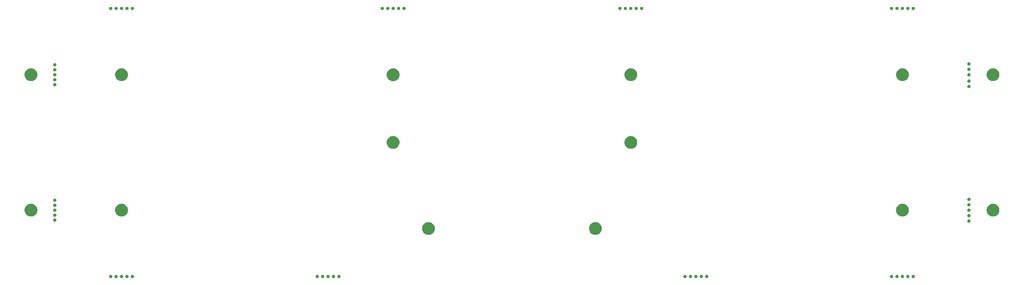
<source format=gbs>
G04 #@! TF.GenerationSoftware,KiCad,Pcbnew,(5.1.4-0-10_14)*
G04 #@! TF.CreationDate,2020-08-09T17:11:43-05:00*
G04 #@! TF.ProjectId,Dori_bottom_plate,446f7269-5f62-46f7-9474-6f6d5f706c61,rev?*
G04 #@! TF.SameCoordinates,Original*
G04 #@! TF.FileFunction,Soldermask,Bot*
G04 #@! TF.FilePolarity,Negative*
%FSLAX46Y46*%
G04 Gerber Fmt 4.6, Leading zero omitted, Abs format (unit mm)*
G04 Created by KiCad (PCBNEW (5.1.4-0-10_14)) date 2020-08-09 17:11:43*
%MOMM*%
%LPD*%
G04 APERTURE LIST*
%ADD10C,0.100000*%
G04 APERTURE END LIST*
D10*
G36*
X357985802Y-118231956D02*
G01*
X358067877Y-118265953D01*
X358067879Y-118265954D01*
X358105063Y-118290800D01*
X358141745Y-118315310D01*
X358204565Y-118378130D01*
X358253922Y-118451998D01*
X358287919Y-118534073D01*
X358305250Y-118621204D01*
X358305250Y-118710046D01*
X358287919Y-118797177D01*
X358253922Y-118879252D01*
X358253921Y-118879254D01*
X358204564Y-118953121D01*
X358141746Y-119015939D01*
X358067879Y-119065296D01*
X358067878Y-119065297D01*
X358067877Y-119065297D01*
X357985802Y-119099294D01*
X357898671Y-119116625D01*
X357809829Y-119116625D01*
X357722698Y-119099294D01*
X357640623Y-119065297D01*
X357640622Y-119065297D01*
X357640621Y-119065296D01*
X357566754Y-119015939D01*
X357503936Y-118953121D01*
X357454579Y-118879254D01*
X357454578Y-118879252D01*
X357420581Y-118797177D01*
X357403250Y-118710046D01*
X357403250Y-118621204D01*
X357420581Y-118534073D01*
X357454578Y-118451998D01*
X357503935Y-118378130D01*
X357566755Y-118315310D01*
X357603437Y-118290800D01*
X357640621Y-118265954D01*
X357640623Y-118265953D01*
X357722698Y-118231956D01*
X357809829Y-118214625D01*
X357898671Y-118214625D01*
X357985802Y-118231956D01*
X357985802Y-118231956D01*
G37*
G36*
X356461802Y-118231956D02*
G01*
X356543877Y-118265953D01*
X356543879Y-118265954D01*
X356581063Y-118290800D01*
X356617745Y-118315310D01*
X356680565Y-118378130D01*
X356729922Y-118451998D01*
X356763919Y-118534073D01*
X356781250Y-118621204D01*
X356781250Y-118710046D01*
X356763919Y-118797177D01*
X356729922Y-118879252D01*
X356729921Y-118879254D01*
X356680564Y-118953121D01*
X356617746Y-119015939D01*
X356543879Y-119065296D01*
X356543878Y-119065297D01*
X356543877Y-119065297D01*
X356461802Y-119099294D01*
X356374671Y-119116625D01*
X356285829Y-119116625D01*
X356198698Y-119099294D01*
X356116623Y-119065297D01*
X356116622Y-119065297D01*
X356116621Y-119065296D01*
X356042754Y-119015939D01*
X355979936Y-118953121D01*
X355930579Y-118879254D01*
X355930578Y-118879252D01*
X355896581Y-118797177D01*
X355879250Y-118710046D01*
X355879250Y-118621204D01*
X355896581Y-118534073D01*
X355930578Y-118451998D01*
X355979935Y-118378130D01*
X356042755Y-118315310D01*
X356079437Y-118290800D01*
X356116621Y-118265954D01*
X356116623Y-118265953D01*
X356198698Y-118231956D01*
X356285829Y-118214625D01*
X356374671Y-118214625D01*
X356461802Y-118231956D01*
X356461802Y-118231956D01*
G37*
G36*
X354937802Y-118231956D02*
G01*
X355019877Y-118265953D01*
X355019879Y-118265954D01*
X355057063Y-118290800D01*
X355093745Y-118315310D01*
X355156565Y-118378130D01*
X355205922Y-118451998D01*
X355239919Y-118534073D01*
X355257250Y-118621204D01*
X355257250Y-118710046D01*
X355239919Y-118797177D01*
X355205922Y-118879252D01*
X355205921Y-118879254D01*
X355156564Y-118953121D01*
X355093746Y-119015939D01*
X355019879Y-119065296D01*
X355019878Y-119065297D01*
X355019877Y-119065297D01*
X354937802Y-119099294D01*
X354850671Y-119116625D01*
X354761829Y-119116625D01*
X354674698Y-119099294D01*
X354592623Y-119065297D01*
X354592622Y-119065297D01*
X354592621Y-119065296D01*
X354518754Y-119015939D01*
X354455936Y-118953121D01*
X354406579Y-118879254D01*
X354406578Y-118879252D01*
X354372581Y-118797177D01*
X354355250Y-118710046D01*
X354355250Y-118621204D01*
X354372581Y-118534073D01*
X354406578Y-118451998D01*
X354455935Y-118378130D01*
X354518755Y-118315310D01*
X354555437Y-118290800D01*
X354592621Y-118265954D01*
X354592623Y-118265953D01*
X354674698Y-118231956D01*
X354761829Y-118214625D01*
X354850671Y-118214625D01*
X354937802Y-118231956D01*
X354937802Y-118231956D01*
G37*
G36*
X353413802Y-118231956D02*
G01*
X353495877Y-118265953D01*
X353495879Y-118265954D01*
X353533063Y-118290800D01*
X353569745Y-118315310D01*
X353632565Y-118378130D01*
X353681922Y-118451998D01*
X353715919Y-118534073D01*
X353733250Y-118621204D01*
X353733250Y-118710046D01*
X353715919Y-118797177D01*
X353681922Y-118879252D01*
X353681921Y-118879254D01*
X353632564Y-118953121D01*
X353569746Y-119015939D01*
X353495879Y-119065296D01*
X353495878Y-119065297D01*
X353495877Y-119065297D01*
X353413802Y-119099294D01*
X353326671Y-119116625D01*
X353237829Y-119116625D01*
X353150698Y-119099294D01*
X353068623Y-119065297D01*
X353068622Y-119065297D01*
X353068621Y-119065296D01*
X352994754Y-119015939D01*
X352931936Y-118953121D01*
X352882579Y-118879254D01*
X352882578Y-118879252D01*
X352848581Y-118797177D01*
X352831250Y-118710046D01*
X352831250Y-118621204D01*
X352848581Y-118534073D01*
X352882578Y-118451998D01*
X352931935Y-118378130D01*
X352994755Y-118315310D01*
X353031437Y-118290800D01*
X353068621Y-118265954D01*
X353068623Y-118265953D01*
X353150698Y-118231956D01*
X353237829Y-118214625D01*
X353326671Y-118214625D01*
X353413802Y-118231956D01*
X353413802Y-118231956D01*
G37*
G36*
X351889802Y-118231956D02*
G01*
X351971877Y-118265953D01*
X351971879Y-118265954D01*
X352009063Y-118290800D01*
X352045745Y-118315310D01*
X352108565Y-118378130D01*
X352157922Y-118451998D01*
X352191919Y-118534073D01*
X352209250Y-118621204D01*
X352209250Y-118710046D01*
X352191919Y-118797177D01*
X352157922Y-118879252D01*
X352157921Y-118879254D01*
X352108564Y-118953121D01*
X352045746Y-119015939D01*
X351971879Y-119065296D01*
X351971878Y-119065297D01*
X351971877Y-119065297D01*
X351889802Y-119099294D01*
X351802671Y-119116625D01*
X351713829Y-119116625D01*
X351626698Y-119099294D01*
X351544623Y-119065297D01*
X351544622Y-119065297D01*
X351544621Y-119065296D01*
X351470754Y-119015939D01*
X351407936Y-118953121D01*
X351358579Y-118879254D01*
X351358578Y-118879252D01*
X351324581Y-118797177D01*
X351307250Y-118710046D01*
X351307250Y-118621204D01*
X351324581Y-118534073D01*
X351358578Y-118451998D01*
X351407935Y-118378130D01*
X351470755Y-118315310D01*
X351507437Y-118290800D01*
X351544621Y-118265954D01*
X351544623Y-118265953D01*
X351626698Y-118231956D01*
X351713829Y-118214625D01*
X351802671Y-118214625D01*
X351889802Y-118231956D01*
X351889802Y-118231956D01*
G37*
G36*
X300042052Y-118231956D02*
G01*
X300124127Y-118265953D01*
X300124129Y-118265954D01*
X300161313Y-118290800D01*
X300197995Y-118315310D01*
X300260815Y-118378130D01*
X300310172Y-118451998D01*
X300344169Y-118534073D01*
X300361500Y-118621204D01*
X300361500Y-118710046D01*
X300344169Y-118797177D01*
X300310172Y-118879252D01*
X300310171Y-118879254D01*
X300260814Y-118953121D01*
X300197996Y-119015939D01*
X300124129Y-119065296D01*
X300124128Y-119065297D01*
X300124127Y-119065297D01*
X300042052Y-119099294D01*
X299954921Y-119116625D01*
X299866079Y-119116625D01*
X299778948Y-119099294D01*
X299696873Y-119065297D01*
X299696872Y-119065297D01*
X299696871Y-119065296D01*
X299623004Y-119015939D01*
X299560186Y-118953121D01*
X299510829Y-118879254D01*
X299510828Y-118879252D01*
X299476831Y-118797177D01*
X299459500Y-118710046D01*
X299459500Y-118621204D01*
X299476831Y-118534073D01*
X299510828Y-118451998D01*
X299560185Y-118378130D01*
X299623005Y-118315310D01*
X299659687Y-118290800D01*
X299696871Y-118265954D01*
X299696873Y-118265953D01*
X299778948Y-118231956D01*
X299866079Y-118214625D01*
X299954921Y-118214625D01*
X300042052Y-118231956D01*
X300042052Y-118231956D01*
G37*
G36*
X298518052Y-118231956D02*
G01*
X298600127Y-118265953D01*
X298600129Y-118265954D01*
X298637313Y-118290800D01*
X298673995Y-118315310D01*
X298736815Y-118378130D01*
X298786172Y-118451998D01*
X298820169Y-118534073D01*
X298837500Y-118621204D01*
X298837500Y-118710046D01*
X298820169Y-118797177D01*
X298786172Y-118879252D01*
X298786171Y-118879254D01*
X298736814Y-118953121D01*
X298673996Y-119015939D01*
X298600129Y-119065296D01*
X298600128Y-119065297D01*
X298600127Y-119065297D01*
X298518052Y-119099294D01*
X298430921Y-119116625D01*
X298342079Y-119116625D01*
X298254948Y-119099294D01*
X298172873Y-119065297D01*
X298172872Y-119065297D01*
X298172871Y-119065296D01*
X298099004Y-119015939D01*
X298036186Y-118953121D01*
X297986829Y-118879254D01*
X297986828Y-118879252D01*
X297952831Y-118797177D01*
X297935500Y-118710046D01*
X297935500Y-118621204D01*
X297952831Y-118534073D01*
X297986828Y-118451998D01*
X298036185Y-118378130D01*
X298099005Y-118315310D01*
X298135687Y-118290800D01*
X298172871Y-118265954D01*
X298172873Y-118265953D01*
X298254948Y-118231956D01*
X298342079Y-118214625D01*
X298430921Y-118214625D01*
X298518052Y-118231956D01*
X298518052Y-118231956D01*
G37*
G36*
X296994052Y-118231956D02*
G01*
X297076127Y-118265953D01*
X297076129Y-118265954D01*
X297113313Y-118290800D01*
X297149995Y-118315310D01*
X297212815Y-118378130D01*
X297262172Y-118451998D01*
X297296169Y-118534073D01*
X297313500Y-118621204D01*
X297313500Y-118710046D01*
X297296169Y-118797177D01*
X297262172Y-118879252D01*
X297262171Y-118879254D01*
X297212814Y-118953121D01*
X297149996Y-119015939D01*
X297076129Y-119065296D01*
X297076128Y-119065297D01*
X297076127Y-119065297D01*
X296994052Y-119099294D01*
X296906921Y-119116625D01*
X296818079Y-119116625D01*
X296730948Y-119099294D01*
X296648873Y-119065297D01*
X296648872Y-119065297D01*
X296648871Y-119065296D01*
X296575004Y-119015939D01*
X296512186Y-118953121D01*
X296462829Y-118879254D01*
X296462828Y-118879252D01*
X296428831Y-118797177D01*
X296411500Y-118710046D01*
X296411500Y-118621204D01*
X296428831Y-118534073D01*
X296462828Y-118451998D01*
X296512185Y-118378130D01*
X296575005Y-118315310D01*
X296611687Y-118290800D01*
X296648871Y-118265954D01*
X296648873Y-118265953D01*
X296730948Y-118231956D01*
X296818079Y-118214625D01*
X296906921Y-118214625D01*
X296994052Y-118231956D01*
X296994052Y-118231956D01*
G37*
G36*
X295470052Y-118231956D02*
G01*
X295552127Y-118265953D01*
X295552129Y-118265954D01*
X295589313Y-118290800D01*
X295625995Y-118315310D01*
X295688815Y-118378130D01*
X295738172Y-118451998D01*
X295772169Y-118534073D01*
X295789500Y-118621204D01*
X295789500Y-118710046D01*
X295772169Y-118797177D01*
X295738172Y-118879252D01*
X295738171Y-118879254D01*
X295688814Y-118953121D01*
X295625996Y-119015939D01*
X295552129Y-119065296D01*
X295552128Y-119065297D01*
X295552127Y-119065297D01*
X295470052Y-119099294D01*
X295382921Y-119116625D01*
X295294079Y-119116625D01*
X295206948Y-119099294D01*
X295124873Y-119065297D01*
X295124872Y-119065297D01*
X295124871Y-119065296D01*
X295051004Y-119015939D01*
X294988186Y-118953121D01*
X294938829Y-118879254D01*
X294938828Y-118879252D01*
X294904831Y-118797177D01*
X294887500Y-118710046D01*
X294887500Y-118621204D01*
X294904831Y-118534073D01*
X294938828Y-118451998D01*
X294988185Y-118378130D01*
X295051005Y-118315310D01*
X295087687Y-118290800D01*
X295124871Y-118265954D01*
X295124873Y-118265953D01*
X295206948Y-118231956D01*
X295294079Y-118214625D01*
X295382921Y-118214625D01*
X295470052Y-118231956D01*
X295470052Y-118231956D01*
G37*
G36*
X293946052Y-118231956D02*
G01*
X294028127Y-118265953D01*
X294028129Y-118265954D01*
X294065313Y-118290800D01*
X294101995Y-118315310D01*
X294164815Y-118378130D01*
X294214172Y-118451998D01*
X294248169Y-118534073D01*
X294265500Y-118621204D01*
X294265500Y-118710046D01*
X294248169Y-118797177D01*
X294214172Y-118879252D01*
X294214171Y-118879254D01*
X294164814Y-118953121D01*
X294101996Y-119015939D01*
X294028129Y-119065296D01*
X294028128Y-119065297D01*
X294028127Y-119065297D01*
X293946052Y-119099294D01*
X293858921Y-119116625D01*
X293770079Y-119116625D01*
X293682948Y-119099294D01*
X293600873Y-119065297D01*
X293600872Y-119065297D01*
X293600871Y-119065296D01*
X293527004Y-119015939D01*
X293464186Y-118953121D01*
X293414829Y-118879254D01*
X293414828Y-118879252D01*
X293380831Y-118797177D01*
X293363500Y-118710046D01*
X293363500Y-118621204D01*
X293380831Y-118534073D01*
X293414828Y-118451998D01*
X293464185Y-118378130D01*
X293527005Y-118315310D01*
X293563687Y-118290800D01*
X293600871Y-118265954D01*
X293600873Y-118265953D01*
X293682948Y-118231956D01*
X293770079Y-118214625D01*
X293858921Y-118214625D01*
X293946052Y-118231956D01*
X293946052Y-118231956D01*
G37*
G36*
X196854552Y-118231956D02*
G01*
X196936627Y-118265953D01*
X196936629Y-118265954D01*
X196973813Y-118290800D01*
X197010495Y-118315310D01*
X197073315Y-118378130D01*
X197122672Y-118451998D01*
X197156669Y-118534073D01*
X197174000Y-118621204D01*
X197174000Y-118710046D01*
X197156669Y-118797177D01*
X197122672Y-118879252D01*
X197122671Y-118879254D01*
X197073314Y-118953121D01*
X197010496Y-119015939D01*
X196936629Y-119065296D01*
X196936628Y-119065297D01*
X196936627Y-119065297D01*
X196854552Y-119099294D01*
X196767421Y-119116625D01*
X196678579Y-119116625D01*
X196591448Y-119099294D01*
X196509373Y-119065297D01*
X196509372Y-119065297D01*
X196509371Y-119065296D01*
X196435504Y-119015939D01*
X196372686Y-118953121D01*
X196323329Y-118879254D01*
X196323328Y-118879252D01*
X196289331Y-118797177D01*
X196272000Y-118710046D01*
X196272000Y-118621204D01*
X196289331Y-118534073D01*
X196323328Y-118451998D01*
X196372685Y-118378130D01*
X196435505Y-118315310D01*
X196472187Y-118290800D01*
X196509371Y-118265954D01*
X196509373Y-118265953D01*
X196591448Y-118231956D01*
X196678579Y-118214625D01*
X196767421Y-118214625D01*
X196854552Y-118231956D01*
X196854552Y-118231956D01*
G37*
G36*
X195330552Y-118231956D02*
G01*
X195412627Y-118265953D01*
X195412629Y-118265954D01*
X195449813Y-118290800D01*
X195486495Y-118315310D01*
X195549315Y-118378130D01*
X195598672Y-118451998D01*
X195632669Y-118534073D01*
X195650000Y-118621204D01*
X195650000Y-118710046D01*
X195632669Y-118797177D01*
X195598672Y-118879252D01*
X195598671Y-118879254D01*
X195549314Y-118953121D01*
X195486496Y-119015939D01*
X195412629Y-119065296D01*
X195412628Y-119065297D01*
X195412627Y-119065297D01*
X195330552Y-119099294D01*
X195243421Y-119116625D01*
X195154579Y-119116625D01*
X195067448Y-119099294D01*
X194985373Y-119065297D01*
X194985372Y-119065297D01*
X194985371Y-119065296D01*
X194911504Y-119015939D01*
X194848686Y-118953121D01*
X194799329Y-118879254D01*
X194799328Y-118879252D01*
X194765331Y-118797177D01*
X194748000Y-118710046D01*
X194748000Y-118621204D01*
X194765331Y-118534073D01*
X194799328Y-118451998D01*
X194848685Y-118378130D01*
X194911505Y-118315310D01*
X194948187Y-118290800D01*
X194985371Y-118265954D01*
X194985373Y-118265953D01*
X195067448Y-118231956D01*
X195154579Y-118214625D01*
X195243421Y-118214625D01*
X195330552Y-118231956D01*
X195330552Y-118231956D01*
G37*
G36*
X193806552Y-118231956D02*
G01*
X193888627Y-118265953D01*
X193888629Y-118265954D01*
X193925813Y-118290800D01*
X193962495Y-118315310D01*
X194025315Y-118378130D01*
X194074672Y-118451998D01*
X194108669Y-118534073D01*
X194126000Y-118621204D01*
X194126000Y-118710046D01*
X194108669Y-118797177D01*
X194074672Y-118879252D01*
X194074671Y-118879254D01*
X194025314Y-118953121D01*
X193962496Y-119015939D01*
X193888629Y-119065296D01*
X193888628Y-119065297D01*
X193888627Y-119065297D01*
X193806552Y-119099294D01*
X193719421Y-119116625D01*
X193630579Y-119116625D01*
X193543448Y-119099294D01*
X193461373Y-119065297D01*
X193461372Y-119065297D01*
X193461371Y-119065296D01*
X193387504Y-119015939D01*
X193324686Y-118953121D01*
X193275329Y-118879254D01*
X193275328Y-118879252D01*
X193241331Y-118797177D01*
X193224000Y-118710046D01*
X193224000Y-118621204D01*
X193241331Y-118534073D01*
X193275328Y-118451998D01*
X193324685Y-118378130D01*
X193387505Y-118315310D01*
X193424187Y-118290800D01*
X193461371Y-118265954D01*
X193461373Y-118265953D01*
X193543448Y-118231956D01*
X193630579Y-118214625D01*
X193719421Y-118214625D01*
X193806552Y-118231956D01*
X193806552Y-118231956D01*
G37*
G36*
X192282552Y-118231956D02*
G01*
X192364627Y-118265953D01*
X192364629Y-118265954D01*
X192401813Y-118290800D01*
X192438495Y-118315310D01*
X192501315Y-118378130D01*
X192550672Y-118451998D01*
X192584669Y-118534073D01*
X192602000Y-118621204D01*
X192602000Y-118710046D01*
X192584669Y-118797177D01*
X192550672Y-118879252D01*
X192550671Y-118879254D01*
X192501314Y-118953121D01*
X192438496Y-119015939D01*
X192364629Y-119065296D01*
X192364628Y-119065297D01*
X192364627Y-119065297D01*
X192282552Y-119099294D01*
X192195421Y-119116625D01*
X192106579Y-119116625D01*
X192019448Y-119099294D01*
X191937373Y-119065297D01*
X191937372Y-119065297D01*
X191937371Y-119065296D01*
X191863504Y-119015939D01*
X191800686Y-118953121D01*
X191751329Y-118879254D01*
X191751328Y-118879252D01*
X191717331Y-118797177D01*
X191700000Y-118710046D01*
X191700000Y-118621204D01*
X191717331Y-118534073D01*
X191751328Y-118451998D01*
X191800685Y-118378130D01*
X191863505Y-118315310D01*
X191900187Y-118290800D01*
X191937371Y-118265954D01*
X191937373Y-118265953D01*
X192019448Y-118231956D01*
X192106579Y-118214625D01*
X192195421Y-118214625D01*
X192282552Y-118231956D01*
X192282552Y-118231956D01*
G37*
G36*
X190758552Y-118231956D02*
G01*
X190840627Y-118265953D01*
X190840629Y-118265954D01*
X190877813Y-118290800D01*
X190914495Y-118315310D01*
X190977315Y-118378130D01*
X191026672Y-118451998D01*
X191060669Y-118534073D01*
X191078000Y-118621204D01*
X191078000Y-118710046D01*
X191060669Y-118797177D01*
X191026672Y-118879252D01*
X191026671Y-118879254D01*
X190977314Y-118953121D01*
X190914496Y-119015939D01*
X190840629Y-119065296D01*
X190840628Y-119065297D01*
X190840627Y-119065297D01*
X190758552Y-119099294D01*
X190671421Y-119116625D01*
X190582579Y-119116625D01*
X190495448Y-119099294D01*
X190413373Y-119065297D01*
X190413372Y-119065297D01*
X190413371Y-119065296D01*
X190339504Y-119015939D01*
X190276686Y-118953121D01*
X190227329Y-118879254D01*
X190227328Y-118879252D01*
X190193331Y-118797177D01*
X190176000Y-118710046D01*
X190176000Y-118621204D01*
X190193331Y-118534073D01*
X190227328Y-118451998D01*
X190276685Y-118378130D01*
X190339505Y-118315310D01*
X190376187Y-118290800D01*
X190413371Y-118265954D01*
X190413373Y-118265953D01*
X190495448Y-118231956D01*
X190582579Y-118214625D01*
X190671421Y-118214625D01*
X190758552Y-118231956D01*
X190758552Y-118231956D01*
G37*
G36*
X138910802Y-118231956D02*
G01*
X138992877Y-118265953D01*
X138992879Y-118265954D01*
X139030063Y-118290800D01*
X139066745Y-118315310D01*
X139129565Y-118378130D01*
X139178922Y-118451998D01*
X139212919Y-118534073D01*
X139230250Y-118621204D01*
X139230250Y-118710046D01*
X139212919Y-118797177D01*
X139178922Y-118879252D01*
X139178921Y-118879254D01*
X139129564Y-118953121D01*
X139066746Y-119015939D01*
X138992879Y-119065296D01*
X138992878Y-119065297D01*
X138992877Y-119065297D01*
X138910802Y-119099294D01*
X138823671Y-119116625D01*
X138734829Y-119116625D01*
X138647698Y-119099294D01*
X138565623Y-119065297D01*
X138565622Y-119065297D01*
X138565621Y-119065296D01*
X138491754Y-119015939D01*
X138428936Y-118953121D01*
X138379579Y-118879254D01*
X138379578Y-118879252D01*
X138345581Y-118797177D01*
X138328250Y-118710046D01*
X138328250Y-118621204D01*
X138345581Y-118534073D01*
X138379578Y-118451998D01*
X138428935Y-118378130D01*
X138491755Y-118315310D01*
X138528437Y-118290800D01*
X138565621Y-118265954D01*
X138565623Y-118265953D01*
X138647698Y-118231956D01*
X138734829Y-118214625D01*
X138823671Y-118214625D01*
X138910802Y-118231956D01*
X138910802Y-118231956D01*
G37*
G36*
X137386802Y-118231956D02*
G01*
X137468877Y-118265953D01*
X137468879Y-118265954D01*
X137506063Y-118290800D01*
X137542745Y-118315310D01*
X137605565Y-118378130D01*
X137654922Y-118451998D01*
X137688919Y-118534073D01*
X137706250Y-118621204D01*
X137706250Y-118710046D01*
X137688919Y-118797177D01*
X137654922Y-118879252D01*
X137654921Y-118879254D01*
X137605564Y-118953121D01*
X137542746Y-119015939D01*
X137468879Y-119065296D01*
X137468878Y-119065297D01*
X137468877Y-119065297D01*
X137386802Y-119099294D01*
X137299671Y-119116625D01*
X137210829Y-119116625D01*
X137123698Y-119099294D01*
X137041623Y-119065297D01*
X137041622Y-119065297D01*
X137041621Y-119065296D01*
X136967754Y-119015939D01*
X136904936Y-118953121D01*
X136855579Y-118879254D01*
X136855578Y-118879252D01*
X136821581Y-118797177D01*
X136804250Y-118710046D01*
X136804250Y-118621204D01*
X136821581Y-118534073D01*
X136855578Y-118451998D01*
X136904935Y-118378130D01*
X136967755Y-118315310D01*
X137004437Y-118290800D01*
X137041621Y-118265954D01*
X137041623Y-118265953D01*
X137123698Y-118231956D01*
X137210829Y-118214625D01*
X137299671Y-118214625D01*
X137386802Y-118231956D01*
X137386802Y-118231956D01*
G37*
G36*
X135862802Y-118231956D02*
G01*
X135944877Y-118265953D01*
X135944879Y-118265954D01*
X135982063Y-118290800D01*
X136018745Y-118315310D01*
X136081565Y-118378130D01*
X136130922Y-118451998D01*
X136164919Y-118534073D01*
X136182250Y-118621204D01*
X136182250Y-118710046D01*
X136164919Y-118797177D01*
X136130922Y-118879252D01*
X136130921Y-118879254D01*
X136081564Y-118953121D01*
X136018746Y-119015939D01*
X135944879Y-119065296D01*
X135944878Y-119065297D01*
X135944877Y-119065297D01*
X135862802Y-119099294D01*
X135775671Y-119116625D01*
X135686829Y-119116625D01*
X135599698Y-119099294D01*
X135517623Y-119065297D01*
X135517622Y-119065297D01*
X135517621Y-119065296D01*
X135443754Y-119015939D01*
X135380936Y-118953121D01*
X135331579Y-118879254D01*
X135331578Y-118879252D01*
X135297581Y-118797177D01*
X135280250Y-118710046D01*
X135280250Y-118621204D01*
X135297581Y-118534073D01*
X135331578Y-118451998D01*
X135380935Y-118378130D01*
X135443755Y-118315310D01*
X135480437Y-118290800D01*
X135517621Y-118265954D01*
X135517623Y-118265953D01*
X135599698Y-118231956D01*
X135686829Y-118214625D01*
X135775671Y-118214625D01*
X135862802Y-118231956D01*
X135862802Y-118231956D01*
G37*
G36*
X134338802Y-118231956D02*
G01*
X134420877Y-118265953D01*
X134420879Y-118265954D01*
X134458063Y-118290800D01*
X134494745Y-118315310D01*
X134557565Y-118378130D01*
X134606922Y-118451998D01*
X134640919Y-118534073D01*
X134658250Y-118621204D01*
X134658250Y-118710046D01*
X134640919Y-118797177D01*
X134606922Y-118879252D01*
X134606921Y-118879254D01*
X134557564Y-118953121D01*
X134494746Y-119015939D01*
X134420879Y-119065296D01*
X134420878Y-119065297D01*
X134420877Y-119065297D01*
X134338802Y-119099294D01*
X134251671Y-119116625D01*
X134162829Y-119116625D01*
X134075698Y-119099294D01*
X133993623Y-119065297D01*
X133993622Y-119065297D01*
X133993621Y-119065296D01*
X133919754Y-119015939D01*
X133856936Y-118953121D01*
X133807579Y-118879254D01*
X133807578Y-118879252D01*
X133773581Y-118797177D01*
X133756250Y-118710046D01*
X133756250Y-118621204D01*
X133773581Y-118534073D01*
X133807578Y-118451998D01*
X133856935Y-118378130D01*
X133919755Y-118315310D01*
X133956437Y-118290800D01*
X133993621Y-118265954D01*
X133993623Y-118265953D01*
X134075698Y-118231956D01*
X134162829Y-118214625D01*
X134251671Y-118214625D01*
X134338802Y-118231956D01*
X134338802Y-118231956D01*
G37*
G36*
X132814802Y-118231956D02*
G01*
X132896877Y-118265953D01*
X132896879Y-118265954D01*
X132934063Y-118290800D01*
X132970745Y-118315310D01*
X133033565Y-118378130D01*
X133082922Y-118451998D01*
X133116919Y-118534073D01*
X133134250Y-118621204D01*
X133134250Y-118710046D01*
X133116919Y-118797177D01*
X133082922Y-118879252D01*
X133082921Y-118879254D01*
X133033564Y-118953121D01*
X132970746Y-119015939D01*
X132896879Y-119065296D01*
X132896878Y-119065297D01*
X132896877Y-119065297D01*
X132814802Y-119099294D01*
X132727671Y-119116625D01*
X132638829Y-119116625D01*
X132551698Y-119099294D01*
X132469623Y-119065297D01*
X132469622Y-119065297D01*
X132469621Y-119065296D01*
X132395754Y-119015939D01*
X132332936Y-118953121D01*
X132283579Y-118879254D01*
X132283578Y-118879252D01*
X132249581Y-118797177D01*
X132232250Y-118710046D01*
X132232250Y-118621204D01*
X132249581Y-118534073D01*
X132283578Y-118451998D01*
X132332935Y-118378130D01*
X132395755Y-118315310D01*
X132432437Y-118290800D01*
X132469621Y-118265954D01*
X132469623Y-118265953D01*
X132551698Y-118231956D01*
X132638829Y-118214625D01*
X132727671Y-118214625D01*
X132814802Y-118231956D01*
X132814802Y-118231956D01*
G37*
G36*
X269209706Y-103440086D02*
G01*
X269537467Y-103575849D01*
X269832445Y-103772947D01*
X270083303Y-104023805D01*
X270280401Y-104318783D01*
X270416164Y-104646544D01*
X270485375Y-104994491D01*
X270485375Y-105349259D01*
X270416164Y-105697206D01*
X270280401Y-106024967D01*
X270083303Y-106319945D01*
X269832445Y-106570803D01*
X269537467Y-106767901D01*
X269209706Y-106903664D01*
X268861759Y-106972875D01*
X268506991Y-106972875D01*
X268159044Y-106903664D01*
X267831283Y-106767901D01*
X267536305Y-106570803D01*
X267285447Y-106319945D01*
X267088349Y-106024967D01*
X266952586Y-105697206D01*
X266883375Y-105349259D01*
X266883375Y-104994491D01*
X266952586Y-104646544D01*
X267088349Y-104318783D01*
X267285447Y-104023805D01*
X267536305Y-103772947D01*
X267831283Y-103575849D01*
X268159044Y-103440086D01*
X268506991Y-103370875D01*
X268861759Y-103370875D01*
X269209706Y-103440086D01*
X269209706Y-103440086D01*
G37*
G36*
X222378456Y-103440086D02*
G01*
X222706217Y-103575849D01*
X223001195Y-103772947D01*
X223252053Y-104023805D01*
X223449151Y-104318783D01*
X223584914Y-104646544D01*
X223654125Y-104994491D01*
X223654125Y-105349259D01*
X223584914Y-105697206D01*
X223449151Y-106024967D01*
X223252053Y-106319945D01*
X223001195Y-106570803D01*
X222706217Y-106767901D01*
X222378456Y-106903664D01*
X222030509Y-106972875D01*
X221675741Y-106972875D01*
X221327794Y-106903664D01*
X221000033Y-106767901D01*
X220705055Y-106570803D01*
X220454197Y-106319945D01*
X220257099Y-106024967D01*
X220121336Y-105697206D01*
X220052125Y-105349259D01*
X220052125Y-104994491D01*
X220121336Y-104646544D01*
X220257099Y-104318783D01*
X220454197Y-104023805D01*
X220705055Y-103772947D01*
X221000033Y-103575849D01*
X221327794Y-103440086D01*
X221675741Y-103370875D01*
X222030509Y-103370875D01*
X222378456Y-103440086D01*
X222378456Y-103440086D01*
G37*
G36*
X373590927Y-102626831D02*
G01*
X373673002Y-102660828D01*
X373673004Y-102660829D01*
X373694134Y-102674948D01*
X373746870Y-102710185D01*
X373809690Y-102773005D01*
X373859047Y-102846873D01*
X373893044Y-102928948D01*
X373910375Y-103016079D01*
X373910375Y-103104921D01*
X373893044Y-103192052D01*
X373873113Y-103240168D01*
X373859046Y-103274129D01*
X373809689Y-103347996D01*
X373746871Y-103410814D01*
X373673004Y-103460171D01*
X373673003Y-103460172D01*
X373673002Y-103460172D01*
X373590927Y-103494169D01*
X373503796Y-103511500D01*
X373414954Y-103511500D01*
X373327823Y-103494169D01*
X373245748Y-103460172D01*
X373245747Y-103460172D01*
X373245746Y-103460171D01*
X373171879Y-103410814D01*
X373109061Y-103347996D01*
X373059704Y-103274129D01*
X373045637Y-103240168D01*
X373025706Y-103192052D01*
X373008375Y-103104921D01*
X373008375Y-103016079D01*
X373025706Y-102928948D01*
X373059703Y-102846873D01*
X373109060Y-102773005D01*
X373171880Y-102710185D01*
X373224616Y-102674948D01*
X373245746Y-102660829D01*
X373245748Y-102660828D01*
X373327823Y-102626831D01*
X373414954Y-102609500D01*
X373503796Y-102609500D01*
X373590927Y-102626831D01*
X373590927Y-102626831D01*
G37*
G36*
X117137445Y-102372831D02*
G01*
X117219520Y-102406828D01*
X117219522Y-102406829D01*
X117256706Y-102431675D01*
X117293388Y-102456185D01*
X117356208Y-102519005D01*
X117405565Y-102592873D01*
X117439562Y-102674948D01*
X117456893Y-102762079D01*
X117456893Y-102850921D01*
X117439562Y-102938052D01*
X117407242Y-103016079D01*
X117405564Y-103020129D01*
X117356207Y-103093996D01*
X117293389Y-103156814D01*
X117219522Y-103206171D01*
X117219521Y-103206172D01*
X117219520Y-103206172D01*
X117137445Y-103240169D01*
X117050314Y-103257500D01*
X116961472Y-103257500D01*
X116874341Y-103240169D01*
X116792266Y-103206172D01*
X116792265Y-103206172D01*
X116792264Y-103206171D01*
X116718397Y-103156814D01*
X116655579Y-103093996D01*
X116606222Y-103020129D01*
X116604544Y-103016079D01*
X116572224Y-102938052D01*
X116554893Y-102850921D01*
X116554893Y-102762079D01*
X116572224Y-102674948D01*
X116606221Y-102592873D01*
X116655578Y-102519005D01*
X116718398Y-102456185D01*
X116755080Y-102431675D01*
X116792264Y-102406829D01*
X116792266Y-102406828D01*
X116874341Y-102372831D01*
X116961472Y-102355500D01*
X117050314Y-102355500D01*
X117137445Y-102372831D01*
X117137445Y-102372831D01*
G37*
G36*
X373590927Y-101102831D02*
G01*
X373673002Y-101136828D01*
X373673004Y-101136829D01*
X373708534Y-101160570D01*
X373746870Y-101186185D01*
X373809690Y-101249005D01*
X373859047Y-101322873D01*
X373893044Y-101404948D01*
X373910375Y-101492079D01*
X373910375Y-101580921D01*
X373893044Y-101668052D01*
X373861465Y-101744289D01*
X373859046Y-101750129D01*
X373852574Y-101759815D01*
X373816703Y-101813500D01*
X373809689Y-101823996D01*
X373746871Y-101886814D01*
X373673004Y-101936171D01*
X373673003Y-101936172D01*
X373673002Y-101936172D01*
X373590927Y-101970169D01*
X373503796Y-101987500D01*
X373414954Y-101987500D01*
X373327823Y-101970169D01*
X373245748Y-101936172D01*
X373245747Y-101936172D01*
X373245746Y-101936171D01*
X373171879Y-101886814D01*
X373109061Y-101823996D01*
X373102048Y-101813500D01*
X373066176Y-101759815D01*
X373059704Y-101750129D01*
X373057285Y-101744289D01*
X373025706Y-101668052D01*
X373008375Y-101580921D01*
X373008375Y-101492079D01*
X373025706Y-101404948D01*
X373059703Y-101322873D01*
X373109060Y-101249005D01*
X373171880Y-101186185D01*
X373210216Y-101160570D01*
X373245746Y-101136829D01*
X373245748Y-101136828D01*
X373327823Y-101102831D01*
X373414954Y-101085500D01*
X373503796Y-101085500D01*
X373590927Y-101102831D01*
X373590927Y-101102831D01*
G37*
G36*
X117137445Y-100975831D02*
G01*
X117219520Y-101009828D01*
X117219522Y-101009829D01*
X117293389Y-101059186D01*
X117356207Y-101122004D01*
X117399093Y-101186186D01*
X117405565Y-101195873D01*
X117439562Y-101277948D01*
X117456893Y-101365079D01*
X117456893Y-101453921D01*
X117439562Y-101541052D01*
X117411613Y-101608525D01*
X117405564Y-101623129D01*
X117356207Y-101696996D01*
X117293389Y-101759814D01*
X117219522Y-101809171D01*
X117219521Y-101809172D01*
X117219520Y-101809172D01*
X117137445Y-101843169D01*
X117050314Y-101860500D01*
X116961472Y-101860500D01*
X116874341Y-101843169D01*
X116792266Y-101809172D01*
X116792265Y-101809172D01*
X116792264Y-101809171D01*
X116718397Y-101759814D01*
X116655579Y-101696996D01*
X116606222Y-101623129D01*
X116600173Y-101608525D01*
X116572224Y-101541052D01*
X116554893Y-101453921D01*
X116554893Y-101365079D01*
X116572224Y-101277948D01*
X116606221Y-101195873D01*
X116612694Y-101186186D01*
X116655579Y-101122004D01*
X116718397Y-101059186D01*
X116792264Y-101009829D01*
X116792266Y-101009828D01*
X116874341Y-100975831D01*
X116961472Y-100958500D01*
X117050314Y-100958500D01*
X117137445Y-100975831D01*
X117137445Y-100975831D01*
G37*
G36*
X110856581Y-98280711D02*
G01*
X111184342Y-98416474D01*
X111479320Y-98613572D01*
X111730178Y-98864430D01*
X111927276Y-99159408D01*
X112063039Y-99487169D01*
X112132250Y-99835116D01*
X112132250Y-100189884D01*
X112063039Y-100537831D01*
X111927276Y-100865592D01*
X111730178Y-101160570D01*
X111479320Y-101411428D01*
X111184342Y-101608526D01*
X110856581Y-101744289D01*
X110508634Y-101813500D01*
X110153866Y-101813500D01*
X109805919Y-101744289D01*
X109478158Y-101608526D01*
X109183180Y-101411428D01*
X108932322Y-101160570D01*
X108735224Y-100865592D01*
X108599461Y-100537831D01*
X108530250Y-100189884D01*
X108530250Y-99835116D01*
X108599461Y-99487169D01*
X108735224Y-99159408D01*
X108932322Y-98864430D01*
X109183180Y-98613572D01*
X109478158Y-98416474D01*
X109805919Y-98280711D01*
X110153866Y-98211500D01*
X110508634Y-98211500D01*
X110856581Y-98280711D01*
X110856581Y-98280711D01*
G37*
G36*
X136256581Y-98280711D02*
G01*
X136584342Y-98416474D01*
X136879320Y-98613572D01*
X137130178Y-98864430D01*
X137327276Y-99159408D01*
X137463039Y-99487169D01*
X137532250Y-99835116D01*
X137532250Y-100189884D01*
X137463039Y-100537831D01*
X137327276Y-100865592D01*
X137130178Y-101160570D01*
X136879320Y-101411428D01*
X136584342Y-101608526D01*
X136256581Y-101744289D01*
X135908634Y-101813500D01*
X135553866Y-101813500D01*
X135205919Y-101744289D01*
X134878158Y-101608526D01*
X134583180Y-101411428D01*
X134332322Y-101160570D01*
X134135224Y-100865592D01*
X133999461Y-100537831D01*
X133930250Y-100189884D01*
X133930250Y-99835116D01*
X133999461Y-99487169D01*
X134135224Y-99159408D01*
X134332322Y-98864430D01*
X134583180Y-98613572D01*
X134878158Y-98416474D01*
X135205919Y-98280711D01*
X135553866Y-98211500D01*
X135908634Y-98211500D01*
X136256581Y-98280711D01*
X136256581Y-98280711D01*
G37*
G36*
X355331581Y-98280711D02*
G01*
X355659342Y-98416474D01*
X355954320Y-98613572D01*
X356205178Y-98864430D01*
X356402276Y-99159408D01*
X356538039Y-99487169D01*
X356607250Y-99835116D01*
X356607250Y-100189884D01*
X356538039Y-100537831D01*
X356402276Y-100865592D01*
X356205178Y-101160570D01*
X355954320Y-101411428D01*
X355659342Y-101608526D01*
X355331581Y-101744289D01*
X354983634Y-101813500D01*
X354628866Y-101813500D01*
X354280919Y-101744289D01*
X353953158Y-101608526D01*
X353658180Y-101411428D01*
X353407322Y-101160570D01*
X353210224Y-100865592D01*
X353074461Y-100537831D01*
X353005250Y-100189884D01*
X353005250Y-99835116D01*
X353074461Y-99487169D01*
X353210224Y-99159408D01*
X353407322Y-98864430D01*
X353658180Y-98613572D01*
X353953158Y-98416474D01*
X354280919Y-98280711D01*
X354628866Y-98211500D01*
X354983634Y-98211500D01*
X355331581Y-98280711D01*
X355331581Y-98280711D01*
G37*
G36*
X380731581Y-98280711D02*
G01*
X381059342Y-98416474D01*
X381354320Y-98613572D01*
X381605178Y-98864430D01*
X381802276Y-99159408D01*
X381938039Y-99487169D01*
X382007250Y-99835116D01*
X382007250Y-100189884D01*
X381938039Y-100537831D01*
X381802276Y-100865592D01*
X381605178Y-101160570D01*
X381354320Y-101411428D01*
X381059342Y-101608526D01*
X380731581Y-101744289D01*
X380383634Y-101813500D01*
X380028866Y-101813500D01*
X379680919Y-101744289D01*
X379353158Y-101608526D01*
X379058180Y-101411428D01*
X378807322Y-101160570D01*
X378610224Y-100865592D01*
X378474461Y-100537831D01*
X378405250Y-100189884D01*
X378405250Y-99835116D01*
X378474461Y-99487169D01*
X378610224Y-99159408D01*
X378807322Y-98864430D01*
X379058180Y-98613572D01*
X379353158Y-98416474D01*
X379680919Y-98280711D01*
X380028866Y-98211500D01*
X380383634Y-98211500D01*
X380731581Y-98280711D01*
X380731581Y-98280711D01*
G37*
G36*
X117137445Y-99578831D02*
G01*
X117219520Y-99612828D01*
X117219522Y-99612829D01*
X117256706Y-99637675D01*
X117293388Y-99662185D01*
X117356208Y-99725005D01*
X117405565Y-99798873D01*
X117439562Y-99880948D01*
X117456893Y-99968079D01*
X117456893Y-100056921D01*
X117439562Y-100144052D01*
X117405565Y-100226127D01*
X117405564Y-100226129D01*
X117356207Y-100299996D01*
X117293389Y-100362814D01*
X117219522Y-100412171D01*
X117219521Y-100412172D01*
X117219520Y-100412172D01*
X117137445Y-100446169D01*
X117050314Y-100463500D01*
X116961472Y-100463500D01*
X116874341Y-100446169D01*
X116792266Y-100412172D01*
X116792265Y-100412172D01*
X116792264Y-100412171D01*
X116718397Y-100362814D01*
X116655579Y-100299996D01*
X116606222Y-100226129D01*
X116606221Y-100226127D01*
X116572224Y-100144052D01*
X116554893Y-100056921D01*
X116554893Y-99968079D01*
X116572224Y-99880948D01*
X116606221Y-99798873D01*
X116655578Y-99725005D01*
X116718398Y-99662185D01*
X116755080Y-99637675D01*
X116792264Y-99612829D01*
X116792266Y-99612828D01*
X116874341Y-99578831D01*
X116961472Y-99561500D01*
X117050314Y-99561500D01*
X117137445Y-99578831D01*
X117137445Y-99578831D01*
G37*
G36*
X373590927Y-99578831D02*
G01*
X373673002Y-99612828D01*
X373673004Y-99612829D01*
X373710188Y-99637675D01*
X373746870Y-99662185D01*
X373809690Y-99725005D01*
X373859047Y-99798873D01*
X373893044Y-99880948D01*
X373910375Y-99968079D01*
X373910375Y-100056921D01*
X373893044Y-100144052D01*
X373859047Y-100226127D01*
X373859046Y-100226129D01*
X373809689Y-100299996D01*
X373746871Y-100362814D01*
X373673004Y-100412171D01*
X373673003Y-100412172D01*
X373673002Y-100412172D01*
X373590927Y-100446169D01*
X373503796Y-100463500D01*
X373414954Y-100463500D01*
X373327823Y-100446169D01*
X373245748Y-100412172D01*
X373245747Y-100412172D01*
X373245746Y-100412171D01*
X373171879Y-100362814D01*
X373109061Y-100299996D01*
X373059704Y-100226129D01*
X373059703Y-100226127D01*
X373025706Y-100144052D01*
X373008375Y-100056921D01*
X373008375Y-99968079D01*
X373025706Y-99880948D01*
X373059703Y-99798873D01*
X373109060Y-99725005D01*
X373171880Y-99662185D01*
X373208562Y-99637675D01*
X373245746Y-99612829D01*
X373245748Y-99612828D01*
X373327823Y-99578831D01*
X373414954Y-99561500D01*
X373503796Y-99561500D01*
X373590927Y-99578831D01*
X373590927Y-99578831D01*
G37*
G36*
X117137445Y-98181831D02*
G01*
X117209071Y-98211500D01*
X117219522Y-98215829D01*
X117256706Y-98240675D01*
X117293388Y-98265185D01*
X117356208Y-98328005D01*
X117405565Y-98401873D01*
X117439562Y-98483948D01*
X117456893Y-98571079D01*
X117456893Y-98659921D01*
X117439562Y-98747052D01*
X117405565Y-98829127D01*
X117405564Y-98829129D01*
X117356207Y-98902996D01*
X117293389Y-98965814D01*
X117219522Y-99015171D01*
X117219521Y-99015172D01*
X117219520Y-99015172D01*
X117137445Y-99049169D01*
X117050314Y-99066500D01*
X116961472Y-99066500D01*
X116874341Y-99049169D01*
X116792266Y-99015172D01*
X116792265Y-99015172D01*
X116792264Y-99015171D01*
X116718397Y-98965814D01*
X116655579Y-98902996D01*
X116606222Y-98829129D01*
X116606221Y-98829127D01*
X116572224Y-98747052D01*
X116554893Y-98659921D01*
X116554893Y-98571079D01*
X116572224Y-98483948D01*
X116606221Y-98401873D01*
X116655578Y-98328005D01*
X116718398Y-98265185D01*
X116755080Y-98240675D01*
X116792264Y-98215829D01*
X116802715Y-98211500D01*
X116874341Y-98181831D01*
X116961472Y-98164500D01*
X117050314Y-98164500D01*
X117137445Y-98181831D01*
X117137445Y-98181831D01*
G37*
G36*
X373590927Y-98054831D02*
G01*
X373673002Y-98088828D01*
X373673004Y-98088829D01*
X373710188Y-98113675D01*
X373746870Y-98138185D01*
X373809690Y-98201005D01*
X373819594Y-98215828D01*
X373852575Y-98265186D01*
X373859047Y-98274873D01*
X373893044Y-98356948D01*
X373910375Y-98444079D01*
X373910375Y-98532921D01*
X373893044Y-98620052D01*
X373859047Y-98702127D01*
X373859046Y-98702129D01*
X373809689Y-98775996D01*
X373746871Y-98838814D01*
X373673004Y-98888171D01*
X373673003Y-98888172D01*
X373673002Y-98888172D01*
X373590927Y-98922169D01*
X373503796Y-98939500D01*
X373414954Y-98939500D01*
X373327823Y-98922169D01*
X373245748Y-98888172D01*
X373245747Y-98888172D01*
X373245746Y-98888171D01*
X373171879Y-98838814D01*
X373109061Y-98775996D01*
X373059704Y-98702129D01*
X373059703Y-98702127D01*
X373025706Y-98620052D01*
X373008375Y-98532921D01*
X373008375Y-98444079D01*
X373025706Y-98356948D01*
X373059703Y-98274873D01*
X373066176Y-98265186D01*
X373099156Y-98215828D01*
X373109060Y-98201005D01*
X373171880Y-98138185D01*
X373208562Y-98113675D01*
X373245746Y-98088829D01*
X373245748Y-98088828D01*
X373327823Y-98054831D01*
X373414954Y-98037500D01*
X373503796Y-98037500D01*
X373590927Y-98054831D01*
X373590927Y-98054831D01*
G37*
G36*
X117137445Y-96784831D02*
G01*
X117219520Y-96818828D01*
X117219522Y-96818829D01*
X117240652Y-96832948D01*
X117293388Y-96868185D01*
X117356208Y-96931005D01*
X117405565Y-97004873D01*
X117439562Y-97086948D01*
X117456893Y-97174079D01*
X117456893Y-97262921D01*
X117439562Y-97350052D01*
X117419631Y-97398168D01*
X117405564Y-97432129D01*
X117356207Y-97505996D01*
X117293389Y-97568814D01*
X117219522Y-97618171D01*
X117219521Y-97618172D01*
X117219520Y-97618172D01*
X117137445Y-97652169D01*
X117050314Y-97669500D01*
X116961472Y-97669500D01*
X116874341Y-97652169D01*
X116792266Y-97618172D01*
X116792265Y-97618172D01*
X116792264Y-97618171D01*
X116718397Y-97568814D01*
X116655579Y-97505996D01*
X116606222Y-97432129D01*
X116592155Y-97398168D01*
X116572224Y-97350052D01*
X116554893Y-97262921D01*
X116554893Y-97174079D01*
X116572224Y-97086948D01*
X116606221Y-97004873D01*
X116655578Y-96931005D01*
X116718398Y-96868185D01*
X116771134Y-96832948D01*
X116792264Y-96818829D01*
X116792266Y-96818828D01*
X116874341Y-96784831D01*
X116961472Y-96767500D01*
X117050314Y-96767500D01*
X117137445Y-96784831D01*
X117137445Y-96784831D01*
G37*
G36*
X373590927Y-96530831D02*
G01*
X373673002Y-96564828D01*
X373673004Y-96564829D01*
X373710188Y-96589675D01*
X373746870Y-96614185D01*
X373809690Y-96677005D01*
X373859047Y-96750873D01*
X373893044Y-96832948D01*
X373910375Y-96920079D01*
X373910375Y-97008921D01*
X373893044Y-97096052D01*
X373860724Y-97174079D01*
X373859046Y-97178129D01*
X373809689Y-97251996D01*
X373746871Y-97314814D01*
X373673004Y-97364171D01*
X373673003Y-97364172D01*
X373673002Y-97364172D01*
X373590927Y-97398169D01*
X373503796Y-97415500D01*
X373414954Y-97415500D01*
X373327823Y-97398169D01*
X373245748Y-97364172D01*
X373245747Y-97364172D01*
X373245746Y-97364171D01*
X373171879Y-97314814D01*
X373109061Y-97251996D01*
X373059704Y-97178129D01*
X373058026Y-97174079D01*
X373025706Y-97096052D01*
X373008375Y-97008921D01*
X373008375Y-96920079D01*
X373025706Y-96832948D01*
X373059703Y-96750873D01*
X373109060Y-96677005D01*
X373171880Y-96614185D01*
X373208562Y-96589675D01*
X373245746Y-96564829D01*
X373245748Y-96564828D01*
X373327823Y-96530831D01*
X373414954Y-96513500D01*
X373503796Y-96513500D01*
X373590927Y-96530831D01*
X373590927Y-96530831D01*
G37*
G36*
X279131581Y-79230711D02*
G01*
X279459342Y-79366474D01*
X279754320Y-79563572D01*
X280005178Y-79814430D01*
X280202276Y-80109408D01*
X280338039Y-80437169D01*
X280407250Y-80785116D01*
X280407250Y-81139884D01*
X280338039Y-81487831D01*
X280202276Y-81815592D01*
X280005178Y-82110570D01*
X279754320Y-82361428D01*
X279459342Y-82558526D01*
X279131581Y-82694289D01*
X278783634Y-82763500D01*
X278428866Y-82763500D01*
X278080919Y-82694289D01*
X277753158Y-82558526D01*
X277458180Y-82361428D01*
X277207322Y-82110570D01*
X277010224Y-81815592D01*
X276874461Y-81487831D01*
X276805250Y-81139884D01*
X276805250Y-80785116D01*
X276874461Y-80437169D01*
X277010224Y-80109408D01*
X277207322Y-79814430D01*
X277458180Y-79563572D01*
X277753158Y-79366474D01*
X278080919Y-79230711D01*
X278428866Y-79161500D01*
X278783634Y-79161500D01*
X279131581Y-79230711D01*
X279131581Y-79230711D01*
G37*
G36*
X212443881Y-79230711D02*
G01*
X212771642Y-79366474D01*
X213066620Y-79563572D01*
X213317478Y-79814430D01*
X213514576Y-80109408D01*
X213650339Y-80437169D01*
X213719550Y-80785116D01*
X213719550Y-81139884D01*
X213650339Y-81487831D01*
X213514576Y-81815592D01*
X213317478Y-82110570D01*
X213066620Y-82361428D01*
X212771642Y-82558526D01*
X212443881Y-82694289D01*
X212095934Y-82763500D01*
X211741166Y-82763500D01*
X211393219Y-82694289D01*
X211065458Y-82558526D01*
X210770480Y-82361428D01*
X210519622Y-82110570D01*
X210322524Y-81815592D01*
X210186761Y-81487831D01*
X210117550Y-81139884D01*
X210117550Y-80785116D01*
X210186761Y-80437169D01*
X210322524Y-80109408D01*
X210519622Y-79814430D01*
X210770480Y-79563572D01*
X211065458Y-79366474D01*
X211393219Y-79230711D01*
X211741166Y-79161500D01*
X212095934Y-79161500D01*
X212443881Y-79230711D01*
X212443881Y-79230711D01*
G37*
G36*
X373590927Y-64780831D02*
G01*
X373673002Y-64814828D01*
X373673004Y-64814829D01*
X373746871Y-64864186D01*
X373809689Y-64927004D01*
X373854452Y-64993995D01*
X373859047Y-65000873D01*
X373893044Y-65082948D01*
X373910375Y-65170079D01*
X373910375Y-65258921D01*
X373893044Y-65346052D01*
X373859047Y-65428127D01*
X373859046Y-65428129D01*
X373809689Y-65501996D01*
X373746871Y-65564814D01*
X373673004Y-65614171D01*
X373673003Y-65614172D01*
X373673002Y-65614172D01*
X373590927Y-65648169D01*
X373503796Y-65665500D01*
X373414954Y-65665500D01*
X373327823Y-65648169D01*
X373245748Y-65614172D01*
X373245747Y-65614172D01*
X373245746Y-65614171D01*
X373171879Y-65564814D01*
X373109061Y-65501996D01*
X373059704Y-65428129D01*
X373059703Y-65428127D01*
X373025706Y-65346052D01*
X373008375Y-65258921D01*
X373008375Y-65170079D01*
X373025706Y-65082948D01*
X373059703Y-65000873D01*
X373064299Y-64993995D01*
X373109061Y-64927004D01*
X373171879Y-64864186D01*
X373245746Y-64814829D01*
X373245748Y-64814828D01*
X373327823Y-64780831D01*
X373414954Y-64763500D01*
X373503796Y-64763500D01*
X373590927Y-64780831D01*
X373590927Y-64780831D01*
G37*
G36*
X117137802Y-64272831D02*
G01*
X117219877Y-64306828D01*
X117219879Y-64306829D01*
X117257063Y-64331675D01*
X117293745Y-64356185D01*
X117356565Y-64419005D01*
X117405922Y-64492873D01*
X117439919Y-64574948D01*
X117457250Y-64662079D01*
X117457250Y-64750921D01*
X117439919Y-64838052D01*
X117405922Y-64920127D01*
X117405921Y-64920129D01*
X117356564Y-64993996D01*
X117293746Y-65056814D01*
X117219879Y-65106171D01*
X117219878Y-65106172D01*
X117219877Y-65106172D01*
X117137802Y-65140169D01*
X117050671Y-65157500D01*
X116961829Y-65157500D01*
X116874698Y-65140169D01*
X116792623Y-65106172D01*
X116792622Y-65106172D01*
X116792621Y-65106171D01*
X116718754Y-65056814D01*
X116655936Y-64993996D01*
X116606579Y-64920129D01*
X116606578Y-64920127D01*
X116572581Y-64838052D01*
X116555250Y-64750921D01*
X116555250Y-64662079D01*
X116572581Y-64574948D01*
X116606578Y-64492873D01*
X116655935Y-64419005D01*
X116718755Y-64356185D01*
X116755437Y-64331675D01*
X116792621Y-64306829D01*
X116792623Y-64306828D01*
X116874698Y-64272831D01*
X116961829Y-64255500D01*
X117050671Y-64255500D01*
X117137802Y-64272831D01*
X117137802Y-64272831D01*
G37*
G36*
X373590927Y-63256831D02*
G01*
X373673002Y-63290828D01*
X373673004Y-63290829D01*
X373703832Y-63311428D01*
X373746870Y-63340185D01*
X373809690Y-63403005D01*
X373859047Y-63476873D01*
X373893044Y-63558948D01*
X373910375Y-63646079D01*
X373910375Y-63734921D01*
X373893044Y-63822052D01*
X373859047Y-63904127D01*
X373859046Y-63904129D01*
X373809689Y-63977996D01*
X373746871Y-64040814D01*
X373673004Y-64090171D01*
X373673003Y-64090172D01*
X373673002Y-64090172D01*
X373590927Y-64124169D01*
X373503796Y-64141500D01*
X373414954Y-64141500D01*
X373327823Y-64124169D01*
X373245748Y-64090172D01*
X373245747Y-64090172D01*
X373245746Y-64090171D01*
X373171879Y-64040814D01*
X373109061Y-63977996D01*
X373059704Y-63904129D01*
X373059703Y-63904127D01*
X373025706Y-63822052D01*
X373008375Y-63734921D01*
X373008375Y-63646079D01*
X373025706Y-63558948D01*
X373059703Y-63476873D01*
X373109060Y-63403005D01*
X373171880Y-63340185D01*
X373214918Y-63311428D01*
X373245746Y-63290829D01*
X373245748Y-63290828D01*
X373327823Y-63256831D01*
X373414954Y-63239500D01*
X373503796Y-63239500D01*
X373590927Y-63256831D01*
X373590927Y-63256831D01*
G37*
G36*
X117137802Y-62875831D02*
G01*
X117219877Y-62909828D01*
X117219879Y-62909829D01*
X117257063Y-62934675D01*
X117293745Y-62959185D01*
X117356565Y-63022005D01*
X117405922Y-63095873D01*
X117439919Y-63177948D01*
X117457250Y-63265079D01*
X117457250Y-63353921D01*
X117439919Y-63441052D01*
X117405922Y-63523127D01*
X117356565Y-63596995D01*
X117293745Y-63659815D01*
X117257063Y-63684325D01*
X117219879Y-63709171D01*
X117219878Y-63709172D01*
X117219877Y-63709172D01*
X117137802Y-63743169D01*
X117050671Y-63760500D01*
X116961829Y-63760500D01*
X116874698Y-63743169D01*
X116792623Y-63709172D01*
X116792622Y-63709172D01*
X116792621Y-63709171D01*
X116755437Y-63684325D01*
X116718755Y-63659815D01*
X116655935Y-63596995D01*
X116606578Y-63523127D01*
X116572581Y-63441052D01*
X116555250Y-63353921D01*
X116555250Y-63265079D01*
X116572581Y-63177948D01*
X116606578Y-63095873D01*
X116655935Y-63022005D01*
X116718755Y-62959185D01*
X116755437Y-62934675D01*
X116792621Y-62909829D01*
X116792623Y-62909828D01*
X116874698Y-62875831D01*
X116961829Y-62858500D01*
X117050671Y-62858500D01*
X117137802Y-62875831D01*
X117137802Y-62875831D01*
G37*
G36*
X212456581Y-60208211D02*
G01*
X212784342Y-60343974D01*
X213079320Y-60541072D01*
X213330178Y-60791930D01*
X213527276Y-61086908D01*
X213663039Y-61414669D01*
X213732250Y-61762616D01*
X213732250Y-62117384D01*
X213663039Y-62465331D01*
X213527276Y-62793092D01*
X213330178Y-63088070D01*
X213079320Y-63338928D01*
X212784342Y-63536026D01*
X212456581Y-63671789D01*
X212108634Y-63741000D01*
X211753866Y-63741000D01*
X211405919Y-63671789D01*
X211078158Y-63536026D01*
X210783180Y-63338928D01*
X210532322Y-63088070D01*
X210335224Y-62793092D01*
X210199461Y-62465331D01*
X210130250Y-62117384D01*
X210130250Y-61762616D01*
X210199461Y-61414669D01*
X210335224Y-61086908D01*
X210532322Y-60791930D01*
X210783180Y-60541072D01*
X211078158Y-60343974D01*
X211405919Y-60208211D01*
X211753866Y-60139000D01*
X212108634Y-60139000D01*
X212456581Y-60208211D01*
X212456581Y-60208211D01*
G37*
G36*
X279131581Y-60180711D02*
G01*
X279459342Y-60316474D01*
X279754320Y-60513572D01*
X280005178Y-60764430D01*
X280202276Y-61059408D01*
X280338039Y-61387169D01*
X280407250Y-61735116D01*
X280407250Y-62089884D01*
X280338039Y-62437831D01*
X280202276Y-62765592D01*
X280005178Y-63060570D01*
X279754320Y-63311428D01*
X279459342Y-63508526D01*
X279131581Y-63644289D01*
X278783634Y-63713500D01*
X278428866Y-63713500D01*
X278080919Y-63644289D01*
X277753158Y-63508526D01*
X277458180Y-63311428D01*
X277207322Y-63060570D01*
X277010224Y-62765592D01*
X276874461Y-62437831D01*
X276805250Y-62089884D01*
X276805250Y-61735116D01*
X276874461Y-61387169D01*
X277010224Y-61059408D01*
X277207322Y-60764430D01*
X277458180Y-60513572D01*
X277753158Y-60316474D01*
X278080919Y-60180711D01*
X278428866Y-60111500D01*
X278783634Y-60111500D01*
X279131581Y-60180711D01*
X279131581Y-60180711D01*
G37*
G36*
X110856581Y-60180711D02*
G01*
X111184342Y-60316474D01*
X111479320Y-60513572D01*
X111730178Y-60764430D01*
X111927276Y-61059408D01*
X112063039Y-61387169D01*
X112132250Y-61735116D01*
X112132250Y-62089884D01*
X112063039Y-62437831D01*
X111927276Y-62765592D01*
X111730178Y-63060570D01*
X111479320Y-63311428D01*
X111184342Y-63508526D01*
X110856581Y-63644289D01*
X110508634Y-63713500D01*
X110153866Y-63713500D01*
X109805919Y-63644289D01*
X109478158Y-63508526D01*
X109183180Y-63311428D01*
X108932322Y-63060570D01*
X108735224Y-62765592D01*
X108599461Y-62437831D01*
X108530250Y-62089884D01*
X108530250Y-61735116D01*
X108599461Y-61387169D01*
X108735224Y-61059408D01*
X108932322Y-60764430D01*
X109183180Y-60513572D01*
X109478158Y-60316474D01*
X109805919Y-60180711D01*
X110153866Y-60111500D01*
X110508634Y-60111500D01*
X110856581Y-60180711D01*
X110856581Y-60180711D01*
G37*
G36*
X380731581Y-60180711D02*
G01*
X381059342Y-60316474D01*
X381354320Y-60513572D01*
X381605178Y-60764430D01*
X381802276Y-61059408D01*
X381938039Y-61387169D01*
X382007250Y-61735116D01*
X382007250Y-62089884D01*
X381938039Y-62437831D01*
X381802276Y-62765592D01*
X381605178Y-63060570D01*
X381354320Y-63311428D01*
X381059342Y-63508526D01*
X380731581Y-63644289D01*
X380383634Y-63713500D01*
X380028866Y-63713500D01*
X379680919Y-63644289D01*
X379353158Y-63508526D01*
X379058180Y-63311428D01*
X378807322Y-63060570D01*
X378610224Y-62765592D01*
X378474461Y-62437831D01*
X378405250Y-62089884D01*
X378405250Y-61735116D01*
X378474461Y-61387169D01*
X378610224Y-61059408D01*
X378807322Y-60764430D01*
X379058180Y-60513572D01*
X379353158Y-60316474D01*
X379680919Y-60180711D01*
X380028866Y-60111500D01*
X380383634Y-60111500D01*
X380731581Y-60180711D01*
X380731581Y-60180711D01*
G37*
G36*
X355331581Y-60180711D02*
G01*
X355659342Y-60316474D01*
X355954320Y-60513572D01*
X356205178Y-60764430D01*
X356402276Y-61059408D01*
X356538039Y-61387169D01*
X356607250Y-61735116D01*
X356607250Y-62089884D01*
X356538039Y-62437831D01*
X356402276Y-62765592D01*
X356205178Y-63060570D01*
X355954320Y-63311428D01*
X355659342Y-63508526D01*
X355331581Y-63644289D01*
X354983634Y-63713500D01*
X354628866Y-63713500D01*
X354280919Y-63644289D01*
X353953158Y-63508526D01*
X353658180Y-63311428D01*
X353407322Y-63060570D01*
X353210224Y-62765592D01*
X353074461Y-62437831D01*
X353005250Y-62089884D01*
X353005250Y-61735116D01*
X353074461Y-61387169D01*
X353210224Y-61059408D01*
X353407322Y-60764430D01*
X353658180Y-60513572D01*
X353953158Y-60316474D01*
X354280919Y-60180711D01*
X354628866Y-60111500D01*
X354983634Y-60111500D01*
X355331581Y-60180711D01*
X355331581Y-60180711D01*
G37*
G36*
X136256581Y-60180711D02*
G01*
X136584342Y-60316474D01*
X136879320Y-60513572D01*
X137130178Y-60764430D01*
X137327276Y-61059408D01*
X137463039Y-61387169D01*
X137532250Y-61735116D01*
X137532250Y-62089884D01*
X137463039Y-62437831D01*
X137327276Y-62765592D01*
X137130178Y-63060570D01*
X136879320Y-63311428D01*
X136584342Y-63508526D01*
X136256581Y-63644289D01*
X135908634Y-63713500D01*
X135553866Y-63713500D01*
X135205919Y-63644289D01*
X134878158Y-63508526D01*
X134583180Y-63311428D01*
X134332322Y-63060570D01*
X134135224Y-62765592D01*
X133999461Y-62437831D01*
X133930250Y-62089884D01*
X133930250Y-61735116D01*
X133999461Y-61387169D01*
X134135224Y-61059408D01*
X134332322Y-60764430D01*
X134583180Y-60513572D01*
X134878158Y-60316474D01*
X135205919Y-60180711D01*
X135553866Y-60111500D01*
X135908634Y-60111500D01*
X136256581Y-60180711D01*
X136256581Y-60180711D01*
G37*
G36*
X373590927Y-61478831D02*
G01*
X373673002Y-61512828D01*
X373673004Y-61512829D01*
X373710188Y-61537675D01*
X373746870Y-61562185D01*
X373809690Y-61625005D01*
X373859047Y-61698873D01*
X373893044Y-61780948D01*
X373910375Y-61868079D01*
X373910375Y-61956921D01*
X373893044Y-62044052D01*
X373859047Y-62126127D01*
X373859046Y-62126129D01*
X373809689Y-62199996D01*
X373746871Y-62262814D01*
X373673004Y-62312171D01*
X373673003Y-62312172D01*
X373673002Y-62312172D01*
X373590927Y-62346169D01*
X373503796Y-62363500D01*
X373414954Y-62363500D01*
X373327823Y-62346169D01*
X373245748Y-62312172D01*
X373245747Y-62312172D01*
X373245746Y-62312171D01*
X373171879Y-62262814D01*
X373109061Y-62199996D01*
X373059704Y-62126129D01*
X373059703Y-62126127D01*
X373025706Y-62044052D01*
X373008375Y-61956921D01*
X373008375Y-61868079D01*
X373025706Y-61780948D01*
X373059703Y-61698873D01*
X373109060Y-61625005D01*
X373171880Y-61562185D01*
X373208562Y-61537675D01*
X373245746Y-61512829D01*
X373245748Y-61512828D01*
X373327823Y-61478831D01*
X373414954Y-61461500D01*
X373503796Y-61461500D01*
X373590927Y-61478831D01*
X373590927Y-61478831D01*
G37*
G36*
X117137802Y-61478831D02*
G01*
X117219877Y-61512828D01*
X117219879Y-61512829D01*
X117257063Y-61537675D01*
X117293745Y-61562185D01*
X117356565Y-61625005D01*
X117405922Y-61698873D01*
X117439919Y-61780948D01*
X117457250Y-61868079D01*
X117457250Y-61956921D01*
X117439919Y-62044052D01*
X117405922Y-62126127D01*
X117405921Y-62126129D01*
X117356564Y-62199996D01*
X117293746Y-62262814D01*
X117219879Y-62312171D01*
X117219878Y-62312172D01*
X117219877Y-62312172D01*
X117137802Y-62346169D01*
X117050671Y-62363500D01*
X116961829Y-62363500D01*
X116874698Y-62346169D01*
X116792623Y-62312172D01*
X116792622Y-62312172D01*
X116792621Y-62312171D01*
X116718754Y-62262814D01*
X116655936Y-62199996D01*
X116606579Y-62126129D01*
X116606578Y-62126127D01*
X116572581Y-62044052D01*
X116555250Y-61956921D01*
X116555250Y-61868079D01*
X116572581Y-61780948D01*
X116606578Y-61698873D01*
X116655935Y-61625005D01*
X116718755Y-61562185D01*
X116755437Y-61537675D01*
X116792621Y-61512829D01*
X116792623Y-61512828D01*
X116874698Y-61478831D01*
X116961829Y-61461500D01*
X117050671Y-61461500D01*
X117137802Y-61478831D01*
X117137802Y-61478831D01*
G37*
G36*
X117137802Y-60081831D02*
G01*
X117209428Y-60111500D01*
X117219879Y-60115829D01*
X117254556Y-60139000D01*
X117293745Y-60165185D01*
X117356565Y-60228005D01*
X117405922Y-60301873D01*
X117439919Y-60383948D01*
X117457250Y-60471079D01*
X117457250Y-60559921D01*
X117439919Y-60647052D01*
X117405922Y-60729127D01*
X117405921Y-60729129D01*
X117356564Y-60802996D01*
X117293746Y-60865814D01*
X117219879Y-60915171D01*
X117219878Y-60915172D01*
X117219877Y-60915172D01*
X117137802Y-60949169D01*
X117050671Y-60966500D01*
X116961829Y-60966500D01*
X116874698Y-60949169D01*
X116792623Y-60915172D01*
X116792622Y-60915172D01*
X116792621Y-60915171D01*
X116718754Y-60865814D01*
X116655936Y-60802996D01*
X116606579Y-60729129D01*
X116606578Y-60729127D01*
X116572581Y-60647052D01*
X116555250Y-60559921D01*
X116555250Y-60471079D01*
X116572581Y-60383948D01*
X116606578Y-60301873D01*
X116655935Y-60228005D01*
X116718755Y-60165185D01*
X116757944Y-60139000D01*
X116792621Y-60115829D01*
X116803072Y-60111500D01*
X116874698Y-60081831D01*
X116961829Y-60064500D01*
X117050671Y-60064500D01*
X117137802Y-60081831D01*
X117137802Y-60081831D01*
G37*
G36*
X373590927Y-59954831D02*
G01*
X373673002Y-59988828D01*
X373673004Y-59988829D01*
X373710188Y-60013675D01*
X373746870Y-60038185D01*
X373809690Y-60101005D01*
X373819594Y-60115828D01*
X373852575Y-60165186D01*
X373859047Y-60174873D01*
X373893044Y-60256948D01*
X373910375Y-60344079D01*
X373910375Y-60432921D01*
X373893044Y-60520052D01*
X373859047Y-60602127D01*
X373859046Y-60602129D01*
X373809689Y-60675996D01*
X373746871Y-60738814D01*
X373673004Y-60788171D01*
X373673003Y-60788172D01*
X373673002Y-60788172D01*
X373590927Y-60822169D01*
X373503796Y-60839500D01*
X373414954Y-60839500D01*
X373327823Y-60822169D01*
X373245748Y-60788172D01*
X373245747Y-60788172D01*
X373245746Y-60788171D01*
X373171879Y-60738814D01*
X373109061Y-60675996D01*
X373059704Y-60602129D01*
X373059703Y-60602127D01*
X373025706Y-60520052D01*
X373008375Y-60432921D01*
X373008375Y-60344079D01*
X373025706Y-60256948D01*
X373059703Y-60174873D01*
X373066176Y-60165186D01*
X373099156Y-60115828D01*
X373109060Y-60101005D01*
X373171880Y-60038185D01*
X373208562Y-60013675D01*
X373245746Y-59988829D01*
X373245748Y-59988828D01*
X373327823Y-59954831D01*
X373414954Y-59937500D01*
X373503796Y-59937500D01*
X373590927Y-59954831D01*
X373590927Y-59954831D01*
G37*
G36*
X117137802Y-58684831D02*
G01*
X117219877Y-58718828D01*
X117219879Y-58718829D01*
X117241009Y-58732948D01*
X117293745Y-58768185D01*
X117356565Y-58831005D01*
X117405922Y-58904873D01*
X117439919Y-58986948D01*
X117457250Y-59074079D01*
X117457250Y-59162921D01*
X117439919Y-59250052D01*
X117419988Y-59298168D01*
X117405921Y-59332129D01*
X117356564Y-59405996D01*
X117293746Y-59468814D01*
X117219879Y-59518171D01*
X117219878Y-59518172D01*
X117219877Y-59518172D01*
X117137802Y-59552169D01*
X117050671Y-59569500D01*
X116961829Y-59569500D01*
X116874698Y-59552169D01*
X116792623Y-59518172D01*
X116792622Y-59518172D01*
X116792621Y-59518171D01*
X116718754Y-59468814D01*
X116655936Y-59405996D01*
X116606579Y-59332129D01*
X116592512Y-59298168D01*
X116572581Y-59250052D01*
X116555250Y-59162921D01*
X116555250Y-59074079D01*
X116572581Y-58986948D01*
X116606578Y-58904873D01*
X116655935Y-58831005D01*
X116718755Y-58768185D01*
X116771491Y-58732948D01*
X116792621Y-58718829D01*
X116792623Y-58718828D01*
X116874698Y-58684831D01*
X116961829Y-58667500D01*
X117050671Y-58667500D01*
X117137802Y-58684831D01*
X117137802Y-58684831D01*
G37*
G36*
X373590927Y-58430831D02*
G01*
X373673002Y-58464828D01*
X373673004Y-58464829D01*
X373710188Y-58489675D01*
X373746870Y-58514185D01*
X373809690Y-58577005D01*
X373859047Y-58650873D01*
X373893044Y-58732948D01*
X373910375Y-58820079D01*
X373910375Y-58908921D01*
X373893044Y-58996052D01*
X373860724Y-59074079D01*
X373859046Y-59078129D01*
X373809689Y-59151996D01*
X373746871Y-59214814D01*
X373673004Y-59264171D01*
X373673003Y-59264172D01*
X373673002Y-59264172D01*
X373590927Y-59298169D01*
X373503796Y-59315500D01*
X373414954Y-59315500D01*
X373327823Y-59298169D01*
X373245748Y-59264172D01*
X373245747Y-59264172D01*
X373245746Y-59264171D01*
X373171879Y-59214814D01*
X373109061Y-59151996D01*
X373059704Y-59078129D01*
X373058026Y-59074079D01*
X373025706Y-58996052D01*
X373008375Y-58908921D01*
X373008375Y-58820079D01*
X373025706Y-58732948D01*
X373059703Y-58650873D01*
X373109060Y-58577005D01*
X373171880Y-58514185D01*
X373208562Y-58489675D01*
X373245746Y-58464829D01*
X373245748Y-58464828D01*
X373327823Y-58430831D01*
X373414954Y-58413500D01*
X373503796Y-58413500D01*
X373590927Y-58430831D01*
X373590927Y-58430831D01*
G37*
G36*
X209014802Y-42825706D02*
G01*
X209096877Y-42859703D01*
X209096879Y-42859704D01*
X209134063Y-42884550D01*
X209170745Y-42909060D01*
X209233565Y-42971880D01*
X209282922Y-43045748D01*
X209316919Y-43127823D01*
X209334250Y-43214954D01*
X209334250Y-43303796D01*
X209316919Y-43390927D01*
X209282922Y-43473002D01*
X209282921Y-43473004D01*
X209233564Y-43546871D01*
X209170746Y-43609689D01*
X209096879Y-43659046D01*
X209096878Y-43659047D01*
X209096877Y-43659047D01*
X209014802Y-43693044D01*
X208927671Y-43710375D01*
X208838829Y-43710375D01*
X208751698Y-43693044D01*
X208669623Y-43659047D01*
X208669622Y-43659047D01*
X208669621Y-43659046D01*
X208595754Y-43609689D01*
X208532936Y-43546871D01*
X208483579Y-43473004D01*
X208483578Y-43473002D01*
X208449581Y-43390927D01*
X208432250Y-43303796D01*
X208432250Y-43214954D01*
X208449581Y-43127823D01*
X208483578Y-43045748D01*
X208532935Y-42971880D01*
X208595755Y-42909060D01*
X208632437Y-42884550D01*
X208669621Y-42859704D01*
X208669623Y-42859703D01*
X208751698Y-42825706D01*
X208838829Y-42808375D01*
X208927671Y-42808375D01*
X209014802Y-42825706D01*
X209014802Y-42825706D01*
G37*
G36*
X213586802Y-42825706D02*
G01*
X213668877Y-42859703D01*
X213668879Y-42859704D01*
X213706063Y-42884550D01*
X213742745Y-42909060D01*
X213805565Y-42971880D01*
X213854922Y-43045748D01*
X213888919Y-43127823D01*
X213906250Y-43214954D01*
X213906250Y-43303796D01*
X213888919Y-43390927D01*
X213854922Y-43473002D01*
X213854921Y-43473004D01*
X213805564Y-43546871D01*
X213742746Y-43609689D01*
X213668879Y-43659046D01*
X213668878Y-43659047D01*
X213668877Y-43659047D01*
X213586802Y-43693044D01*
X213499671Y-43710375D01*
X213410829Y-43710375D01*
X213323698Y-43693044D01*
X213241623Y-43659047D01*
X213241622Y-43659047D01*
X213241621Y-43659046D01*
X213167754Y-43609689D01*
X213104936Y-43546871D01*
X213055579Y-43473004D01*
X213055578Y-43473002D01*
X213021581Y-43390927D01*
X213004250Y-43303796D01*
X213004250Y-43214954D01*
X213021581Y-43127823D01*
X213055578Y-43045748D01*
X213104935Y-42971880D01*
X213167755Y-42909060D01*
X213204437Y-42884550D01*
X213241621Y-42859704D01*
X213241623Y-42859703D01*
X213323698Y-42825706D01*
X213410829Y-42808375D01*
X213499671Y-42808375D01*
X213586802Y-42825706D01*
X213586802Y-42825706D01*
G37*
G36*
X132814802Y-42825706D02*
G01*
X132896877Y-42859703D01*
X132896879Y-42859704D01*
X132934063Y-42884550D01*
X132970745Y-42909060D01*
X133033565Y-42971880D01*
X133082922Y-43045748D01*
X133116919Y-43127823D01*
X133134250Y-43214954D01*
X133134250Y-43303796D01*
X133116919Y-43390927D01*
X133082922Y-43473002D01*
X133082921Y-43473004D01*
X133033564Y-43546871D01*
X132970746Y-43609689D01*
X132896879Y-43659046D01*
X132896878Y-43659047D01*
X132896877Y-43659047D01*
X132814802Y-43693044D01*
X132727671Y-43710375D01*
X132638829Y-43710375D01*
X132551698Y-43693044D01*
X132469623Y-43659047D01*
X132469622Y-43659047D01*
X132469621Y-43659046D01*
X132395754Y-43609689D01*
X132332936Y-43546871D01*
X132283579Y-43473004D01*
X132283578Y-43473002D01*
X132249581Y-43390927D01*
X132232250Y-43303796D01*
X132232250Y-43214954D01*
X132249581Y-43127823D01*
X132283578Y-43045748D01*
X132332935Y-42971880D01*
X132395755Y-42909060D01*
X132432437Y-42884550D01*
X132469621Y-42859704D01*
X132469623Y-42859703D01*
X132551698Y-42825706D01*
X132638829Y-42808375D01*
X132727671Y-42808375D01*
X132814802Y-42825706D01*
X132814802Y-42825706D01*
G37*
G36*
X275689802Y-42825706D02*
G01*
X275771877Y-42859703D01*
X275771879Y-42859704D01*
X275809063Y-42884550D01*
X275845745Y-42909060D01*
X275908565Y-42971880D01*
X275957922Y-43045748D01*
X275991919Y-43127823D01*
X276009250Y-43214954D01*
X276009250Y-43303796D01*
X275991919Y-43390927D01*
X275957922Y-43473002D01*
X275957921Y-43473004D01*
X275908564Y-43546871D01*
X275845746Y-43609689D01*
X275771879Y-43659046D01*
X275771878Y-43659047D01*
X275771877Y-43659047D01*
X275689802Y-43693044D01*
X275602671Y-43710375D01*
X275513829Y-43710375D01*
X275426698Y-43693044D01*
X275344623Y-43659047D01*
X275344622Y-43659047D01*
X275344621Y-43659046D01*
X275270754Y-43609689D01*
X275207936Y-43546871D01*
X275158579Y-43473004D01*
X275158578Y-43473002D01*
X275124581Y-43390927D01*
X275107250Y-43303796D01*
X275107250Y-43214954D01*
X275124581Y-43127823D01*
X275158578Y-43045748D01*
X275207935Y-42971880D01*
X275270755Y-42909060D01*
X275307437Y-42884550D01*
X275344621Y-42859704D01*
X275344623Y-42859703D01*
X275426698Y-42825706D01*
X275513829Y-42808375D01*
X275602671Y-42808375D01*
X275689802Y-42825706D01*
X275689802Y-42825706D01*
G37*
G36*
X277213802Y-42825706D02*
G01*
X277295877Y-42859703D01*
X277295879Y-42859704D01*
X277333063Y-42884550D01*
X277369745Y-42909060D01*
X277432565Y-42971880D01*
X277481922Y-43045748D01*
X277515919Y-43127823D01*
X277533250Y-43214954D01*
X277533250Y-43303796D01*
X277515919Y-43390927D01*
X277481922Y-43473002D01*
X277481921Y-43473004D01*
X277432564Y-43546871D01*
X277369746Y-43609689D01*
X277295879Y-43659046D01*
X277295878Y-43659047D01*
X277295877Y-43659047D01*
X277213802Y-43693044D01*
X277126671Y-43710375D01*
X277037829Y-43710375D01*
X276950698Y-43693044D01*
X276868623Y-43659047D01*
X276868622Y-43659047D01*
X276868621Y-43659046D01*
X276794754Y-43609689D01*
X276731936Y-43546871D01*
X276682579Y-43473004D01*
X276682578Y-43473002D01*
X276648581Y-43390927D01*
X276631250Y-43303796D01*
X276631250Y-43214954D01*
X276648581Y-43127823D01*
X276682578Y-43045748D01*
X276731935Y-42971880D01*
X276794755Y-42909060D01*
X276831437Y-42884550D01*
X276868621Y-42859704D01*
X276868623Y-42859703D01*
X276950698Y-42825706D01*
X277037829Y-42808375D01*
X277126671Y-42808375D01*
X277213802Y-42825706D01*
X277213802Y-42825706D01*
G37*
G36*
X278737802Y-42825706D02*
G01*
X278819877Y-42859703D01*
X278819879Y-42859704D01*
X278857063Y-42884550D01*
X278893745Y-42909060D01*
X278956565Y-42971880D01*
X279005922Y-43045748D01*
X279039919Y-43127823D01*
X279057250Y-43214954D01*
X279057250Y-43303796D01*
X279039919Y-43390927D01*
X279005922Y-43473002D01*
X279005921Y-43473004D01*
X278956564Y-43546871D01*
X278893746Y-43609689D01*
X278819879Y-43659046D01*
X278819878Y-43659047D01*
X278819877Y-43659047D01*
X278737802Y-43693044D01*
X278650671Y-43710375D01*
X278561829Y-43710375D01*
X278474698Y-43693044D01*
X278392623Y-43659047D01*
X278392622Y-43659047D01*
X278392621Y-43659046D01*
X278318754Y-43609689D01*
X278255936Y-43546871D01*
X278206579Y-43473004D01*
X278206578Y-43473002D01*
X278172581Y-43390927D01*
X278155250Y-43303796D01*
X278155250Y-43214954D01*
X278172581Y-43127823D01*
X278206578Y-43045748D01*
X278255935Y-42971880D01*
X278318755Y-42909060D01*
X278355437Y-42884550D01*
X278392621Y-42859704D01*
X278392623Y-42859703D01*
X278474698Y-42825706D01*
X278561829Y-42808375D01*
X278650671Y-42808375D01*
X278737802Y-42825706D01*
X278737802Y-42825706D01*
G37*
G36*
X280261802Y-42825706D02*
G01*
X280343877Y-42859703D01*
X280343879Y-42859704D01*
X280381063Y-42884550D01*
X280417745Y-42909060D01*
X280480565Y-42971880D01*
X280529922Y-43045748D01*
X280563919Y-43127823D01*
X280581250Y-43214954D01*
X280581250Y-43303796D01*
X280563919Y-43390927D01*
X280529922Y-43473002D01*
X280529921Y-43473004D01*
X280480564Y-43546871D01*
X280417746Y-43609689D01*
X280343879Y-43659046D01*
X280343878Y-43659047D01*
X280343877Y-43659047D01*
X280261802Y-43693044D01*
X280174671Y-43710375D01*
X280085829Y-43710375D01*
X279998698Y-43693044D01*
X279916623Y-43659047D01*
X279916622Y-43659047D01*
X279916621Y-43659046D01*
X279842754Y-43609689D01*
X279779936Y-43546871D01*
X279730579Y-43473004D01*
X279730578Y-43473002D01*
X279696581Y-43390927D01*
X279679250Y-43303796D01*
X279679250Y-43214954D01*
X279696581Y-43127823D01*
X279730578Y-43045748D01*
X279779935Y-42971880D01*
X279842755Y-42909060D01*
X279879437Y-42884550D01*
X279916621Y-42859704D01*
X279916623Y-42859703D01*
X279998698Y-42825706D01*
X280085829Y-42808375D01*
X280174671Y-42808375D01*
X280261802Y-42825706D01*
X280261802Y-42825706D01*
G37*
G36*
X281785802Y-42825706D02*
G01*
X281867877Y-42859703D01*
X281867879Y-42859704D01*
X281905063Y-42884550D01*
X281941745Y-42909060D01*
X282004565Y-42971880D01*
X282053922Y-43045748D01*
X282087919Y-43127823D01*
X282105250Y-43214954D01*
X282105250Y-43303796D01*
X282087919Y-43390927D01*
X282053922Y-43473002D01*
X282053921Y-43473004D01*
X282004564Y-43546871D01*
X281941746Y-43609689D01*
X281867879Y-43659046D01*
X281867878Y-43659047D01*
X281867877Y-43659047D01*
X281785802Y-43693044D01*
X281698671Y-43710375D01*
X281609829Y-43710375D01*
X281522698Y-43693044D01*
X281440623Y-43659047D01*
X281440622Y-43659047D01*
X281440621Y-43659046D01*
X281366754Y-43609689D01*
X281303936Y-43546871D01*
X281254579Y-43473004D01*
X281254578Y-43473002D01*
X281220581Y-43390927D01*
X281203250Y-43303796D01*
X281203250Y-43214954D01*
X281220581Y-43127823D01*
X281254578Y-43045748D01*
X281303935Y-42971880D01*
X281366755Y-42909060D01*
X281403437Y-42884550D01*
X281440621Y-42859704D01*
X281440623Y-42859703D01*
X281522698Y-42825706D01*
X281609829Y-42808375D01*
X281698671Y-42808375D01*
X281785802Y-42825706D01*
X281785802Y-42825706D01*
G37*
G36*
X351889802Y-42825706D02*
G01*
X351971877Y-42859703D01*
X351971879Y-42859704D01*
X352009063Y-42884550D01*
X352045745Y-42909060D01*
X352108565Y-42971880D01*
X352157922Y-43045748D01*
X352191919Y-43127823D01*
X352209250Y-43214954D01*
X352209250Y-43303796D01*
X352191919Y-43390927D01*
X352157922Y-43473002D01*
X352157921Y-43473004D01*
X352108564Y-43546871D01*
X352045746Y-43609689D01*
X351971879Y-43659046D01*
X351971878Y-43659047D01*
X351971877Y-43659047D01*
X351889802Y-43693044D01*
X351802671Y-43710375D01*
X351713829Y-43710375D01*
X351626698Y-43693044D01*
X351544623Y-43659047D01*
X351544622Y-43659047D01*
X351544621Y-43659046D01*
X351470754Y-43609689D01*
X351407936Y-43546871D01*
X351358579Y-43473004D01*
X351358578Y-43473002D01*
X351324581Y-43390927D01*
X351307250Y-43303796D01*
X351307250Y-43214954D01*
X351324581Y-43127823D01*
X351358578Y-43045748D01*
X351407935Y-42971880D01*
X351470755Y-42909060D01*
X351507437Y-42884550D01*
X351544621Y-42859704D01*
X351544623Y-42859703D01*
X351626698Y-42825706D01*
X351713829Y-42808375D01*
X351802671Y-42808375D01*
X351889802Y-42825706D01*
X351889802Y-42825706D01*
G37*
G36*
X353413802Y-42825706D02*
G01*
X353495877Y-42859703D01*
X353495879Y-42859704D01*
X353533063Y-42884550D01*
X353569745Y-42909060D01*
X353632565Y-42971880D01*
X353681922Y-43045748D01*
X353715919Y-43127823D01*
X353733250Y-43214954D01*
X353733250Y-43303796D01*
X353715919Y-43390927D01*
X353681922Y-43473002D01*
X353681921Y-43473004D01*
X353632564Y-43546871D01*
X353569746Y-43609689D01*
X353495879Y-43659046D01*
X353495878Y-43659047D01*
X353495877Y-43659047D01*
X353413802Y-43693044D01*
X353326671Y-43710375D01*
X353237829Y-43710375D01*
X353150698Y-43693044D01*
X353068623Y-43659047D01*
X353068622Y-43659047D01*
X353068621Y-43659046D01*
X352994754Y-43609689D01*
X352931936Y-43546871D01*
X352882579Y-43473004D01*
X352882578Y-43473002D01*
X352848581Y-43390927D01*
X352831250Y-43303796D01*
X352831250Y-43214954D01*
X352848581Y-43127823D01*
X352882578Y-43045748D01*
X352931935Y-42971880D01*
X352994755Y-42909060D01*
X353031437Y-42884550D01*
X353068621Y-42859704D01*
X353068623Y-42859703D01*
X353150698Y-42825706D01*
X353237829Y-42808375D01*
X353326671Y-42808375D01*
X353413802Y-42825706D01*
X353413802Y-42825706D01*
G37*
G36*
X354937802Y-42825706D02*
G01*
X355019877Y-42859703D01*
X355019879Y-42859704D01*
X355057063Y-42884550D01*
X355093745Y-42909060D01*
X355156565Y-42971880D01*
X355205922Y-43045748D01*
X355239919Y-43127823D01*
X355257250Y-43214954D01*
X355257250Y-43303796D01*
X355239919Y-43390927D01*
X355205922Y-43473002D01*
X355205921Y-43473004D01*
X355156564Y-43546871D01*
X355093746Y-43609689D01*
X355019879Y-43659046D01*
X355019878Y-43659047D01*
X355019877Y-43659047D01*
X354937802Y-43693044D01*
X354850671Y-43710375D01*
X354761829Y-43710375D01*
X354674698Y-43693044D01*
X354592623Y-43659047D01*
X354592622Y-43659047D01*
X354592621Y-43659046D01*
X354518754Y-43609689D01*
X354455936Y-43546871D01*
X354406579Y-43473004D01*
X354406578Y-43473002D01*
X354372581Y-43390927D01*
X354355250Y-43303796D01*
X354355250Y-43214954D01*
X354372581Y-43127823D01*
X354406578Y-43045748D01*
X354455935Y-42971880D01*
X354518755Y-42909060D01*
X354555437Y-42884550D01*
X354592621Y-42859704D01*
X354592623Y-42859703D01*
X354674698Y-42825706D01*
X354761829Y-42808375D01*
X354850671Y-42808375D01*
X354937802Y-42825706D01*
X354937802Y-42825706D01*
G37*
G36*
X356461802Y-42825706D02*
G01*
X356543877Y-42859703D01*
X356543879Y-42859704D01*
X356581063Y-42884550D01*
X356617745Y-42909060D01*
X356680565Y-42971880D01*
X356729922Y-43045748D01*
X356763919Y-43127823D01*
X356781250Y-43214954D01*
X356781250Y-43303796D01*
X356763919Y-43390927D01*
X356729922Y-43473002D01*
X356729921Y-43473004D01*
X356680564Y-43546871D01*
X356617746Y-43609689D01*
X356543879Y-43659046D01*
X356543878Y-43659047D01*
X356543877Y-43659047D01*
X356461802Y-43693044D01*
X356374671Y-43710375D01*
X356285829Y-43710375D01*
X356198698Y-43693044D01*
X356116623Y-43659047D01*
X356116622Y-43659047D01*
X356116621Y-43659046D01*
X356042754Y-43609689D01*
X355979936Y-43546871D01*
X355930579Y-43473004D01*
X355930578Y-43473002D01*
X355896581Y-43390927D01*
X355879250Y-43303796D01*
X355879250Y-43214954D01*
X355896581Y-43127823D01*
X355930578Y-43045748D01*
X355979935Y-42971880D01*
X356042755Y-42909060D01*
X356079437Y-42884550D01*
X356116621Y-42859704D01*
X356116623Y-42859703D01*
X356198698Y-42825706D01*
X356285829Y-42808375D01*
X356374671Y-42808375D01*
X356461802Y-42825706D01*
X356461802Y-42825706D01*
G37*
G36*
X357985802Y-42825706D02*
G01*
X358067877Y-42859703D01*
X358067879Y-42859704D01*
X358105063Y-42884550D01*
X358141745Y-42909060D01*
X358204565Y-42971880D01*
X358253922Y-43045748D01*
X358287919Y-43127823D01*
X358305250Y-43214954D01*
X358305250Y-43303796D01*
X358287919Y-43390927D01*
X358253922Y-43473002D01*
X358253921Y-43473004D01*
X358204564Y-43546871D01*
X358141746Y-43609689D01*
X358067879Y-43659046D01*
X358067878Y-43659047D01*
X358067877Y-43659047D01*
X357985802Y-43693044D01*
X357898671Y-43710375D01*
X357809829Y-43710375D01*
X357722698Y-43693044D01*
X357640623Y-43659047D01*
X357640622Y-43659047D01*
X357640621Y-43659046D01*
X357566754Y-43609689D01*
X357503936Y-43546871D01*
X357454579Y-43473004D01*
X357454578Y-43473002D01*
X357420581Y-43390927D01*
X357403250Y-43303796D01*
X357403250Y-43214954D01*
X357420581Y-43127823D01*
X357454578Y-43045748D01*
X357503935Y-42971880D01*
X357566755Y-42909060D01*
X357603437Y-42884550D01*
X357640621Y-42859704D01*
X357640623Y-42859703D01*
X357722698Y-42825706D01*
X357809829Y-42808375D01*
X357898671Y-42808375D01*
X357985802Y-42825706D01*
X357985802Y-42825706D01*
G37*
G36*
X210538802Y-42825706D02*
G01*
X210620877Y-42859703D01*
X210620879Y-42859704D01*
X210658063Y-42884550D01*
X210694745Y-42909060D01*
X210757565Y-42971880D01*
X210806922Y-43045748D01*
X210840919Y-43127823D01*
X210858250Y-43214954D01*
X210858250Y-43303796D01*
X210840919Y-43390927D01*
X210806922Y-43473002D01*
X210806921Y-43473004D01*
X210757564Y-43546871D01*
X210694746Y-43609689D01*
X210620879Y-43659046D01*
X210620878Y-43659047D01*
X210620877Y-43659047D01*
X210538802Y-43693044D01*
X210451671Y-43710375D01*
X210362829Y-43710375D01*
X210275698Y-43693044D01*
X210193623Y-43659047D01*
X210193622Y-43659047D01*
X210193621Y-43659046D01*
X210119754Y-43609689D01*
X210056936Y-43546871D01*
X210007579Y-43473004D01*
X210007578Y-43473002D01*
X209973581Y-43390927D01*
X209956250Y-43303796D01*
X209956250Y-43214954D01*
X209973581Y-43127823D01*
X210007578Y-43045748D01*
X210056935Y-42971880D01*
X210119755Y-42909060D01*
X210156437Y-42884550D01*
X210193621Y-42859704D01*
X210193623Y-42859703D01*
X210275698Y-42825706D01*
X210362829Y-42808375D01*
X210451671Y-42808375D01*
X210538802Y-42825706D01*
X210538802Y-42825706D01*
G37*
G36*
X215110802Y-42825706D02*
G01*
X215192877Y-42859703D01*
X215192879Y-42859704D01*
X215230063Y-42884550D01*
X215266745Y-42909060D01*
X215329565Y-42971880D01*
X215378922Y-43045748D01*
X215412919Y-43127823D01*
X215430250Y-43214954D01*
X215430250Y-43303796D01*
X215412919Y-43390927D01*
X215378922Y-43473002D01*
X215378921Y-43473004D01*
X215329564Y-43546871D01*
X215266746Y-43609689D01*
X215192879Y-43659046D01*
X215192878Y-43659047D01*
X215192877Y-43659047D01*
X215110802Y-43693044D01*
X215023671Y-43710375D01*
X214934829Y-43710375D01*
X214847698Y-43693044D01*
X214765623Y-43659047D01*
X214765622Y-43659047D01*
X214765621Y-43659046D01*
X214691754Y-43609689D01*
X214628936Y-43546871D01*
X214579579Y-43473004D01*
X214579578Y-43473002D01*
X214545581Y-43390927D01*
X214528250Y-43303796D01*
X214528250Y-43214954D01*
X214545581Y-43127823D01*
X214579578Y-43045748D01*
X214628935Y-42971880D01*
X214691755Y-42909060D01*
X214728437Y-42884550D01*
X214765621Y-42859704D01*
X214765623Y-42859703D01*
X214847698Y-42825706D01*
X214934829Y-42808375D01*
X215023671Y-42808375D01*
X215110802Y-42825706D01*
X215110802Y-42825706D01*
G37*
G36*
X212062802Y-42825706D02*
G01*
X212144877Y-42859703D01*
X212144879Y-42859704D01*
X212182063Y-42884550D01*
X212218745Y-42909060D01*
X212281565Y-42971880D01*
X212330922Y-43045748D01*
X212364919Y-43127823D01*
X212382250Y-43214954D01*
X212382250Y-43303796D01*
X212364919Y-43390927D01*
X212330922Y-43473002D01*
X212330921Y-43473004D01*
X212281564Y-43546871D01*
X212218746Y-43609689D01*
X212144879Y-43659046D01*
X212144878Y-43659047D01*
X212144877Y-43659047D01*
X212062802Y-43693044D01*
X211975671Y-43710375D01*
X211886829Y-43710375D01*
X211799698Y-43693044D01*
X211717623Y-43659047D01*
X211717622Y-43659047D01*
X211717621Y-43659046D01*
X211643754Y-43609689D01*
X211580936Y-43546871D01*
X211531579Y-43473004D01*
X211531578Y-43473002D01*
X211497581Y-43390927D01*
X211480250Y-43303796D01*
X211480250Y-43214954D01*
X211497581Y-43127823D01*
X211531578Y-43045748D01*
X211580935Y-42971880D01*
X211643755Y-42909060D01*
X211680437Y-42884550D01*
X211717621Y-42859704D01*
X211717623Y-42859703D01*
X211799698Y-42825706D01*
X211886829Y-42808375D01*
X211975671Y-42808375D01*
X212062802Y-42825706D01*
X212062802Y-42825706D01*
G37*
G36*
X134338802Y-42825706D02*
G01*
X134420877Y-42859703D01*
X134420879Y-42859704D01*
X134458063Y-42884550D01*
X134494745Y-42909060D01*
X134557565Y-42971880D01*
X134606922Y-43045748D01*
X134640919Y-43127823D01*
X134658250Y-43214954D01*
X134658250Y-43303796D01*
X134640919Y-43390927D01*
X134606922Y-43473002D01*
X134606921Y-43473004D01*
X134557564Y-43546871D01*
X134494746Y-43609689D01*
X134420879Y-43659046D01*
X134420878Y-43659047D01*
X134420877Y-43659047D01*
X134338802Y-43693044D01*
X134251671Y-43710375D01*
X134162829Y-43710375D01*
X134075698Y-43693044D01*
X133993623Y-43659047D01*
X133993622Y-43659047D01*
X133993621Y-43659046D01*
X133919754Y-43609689D01*
X133856936Y-43546871D01*
X133807579Y-43473004D01*
X133807578Y-43473002D01*
X133773581Y-43390927D01*
X133756250Y-43303796D01*
X133756250Y-43214954D01*
X133773581Y-43127823D01*
X133807578Y-43045748D01*
X133856935Y-42971880D01*
X133919755Y-42909060D01*
X133956437Y-42884550D01*
X133993621Y-42859704D01*
X133993623Y-42859703D01*
X134075698Y-42825706D01*
X134162829Y-42808375D01*
X134251671Y-42808375D01*
X134338802Y-42825706D01*
X134338802Y-42825706D01*
G37*
G36*
X138910802Y-42825706D02*
G01*
X138992877Y-42859703D01*
X138992879Y-42859704D01*
X139030063Y-42884550D01*
X139066745Y-42909060D01*
X139129565Y-42971880D01*
X139178922Y-43045748D01*
X139212919Y-43127823D01*
X139230250Y-43214954D01*
X139230250Y-43303796D01*
X139212919Y-43390927D01*
X139178922Y-43473002D01*
X139178921Y-43473004D01*
X139129564Y-43546871D01*
X139066746Y-43609689D01*
X138992879Y-43659046D01*
X138992878Y-43659047D01*
X138992877Y-43659047D01*
X138910802Y-43693044D01*
X138823671Y-43710375D01*
X138734829Y-43710375D01*
X138647698Y-43693044D01*
X138565623Y-43659047D01*
X138565622Y-43659047D01*
X138565621Y-43659046D01*
X138491754Y-43609689D01*
X138428936Y-43546871D01*
X138379579Y-43473004D01*
X138379578Y-43473002D01*
X138345581Y-43390927D01*
X138328250Y-43303796D01*
X138328250Y-43214954D01*
X138345581Y-43127823D01*
X138379578Y-43045748D01*
X138428935Y-42971880D01*
X138491755Y-42909060D01*
X138528437Y-42884550D01*
X138565621Y-42859704D01*
X138565623Y-42859703D01*
X138647698Y-42825706D01*
X138734829Y-42808375D01*
X138823671Y-42808375D01*
X138910802Y-42825706D01*
X138910802Y-42825706D01*
G37*
G36*
X137386802Y-42825706D02*
G01*
X137468877Y-42859703D01*
X137468879Y-42859704D01*
X137506063Y-42884550D01*
X137542745Y-42909060D01*
X137605565Y-42971880D01*
X137654922Y-43045748D01*
X137688919Y-43127823D01*
X137706250Y-43214954D01*
X137706250Y-43303796D01*
X137688919Y-43390927D01*
X137654922Y-43473002D01*
X137654921Y-43473004D01*
X137605564Y-43546871D01*
X137542746Y-43609689D01*
X137468879Y-43659046D01*
X137468878Y-43659047D01*
X137468877Y-43659047D01*
X137386802Y-43693044D01*
X137299671Y-43710375D01*
X137210829Y-43710375D01*
X137123698Y-43693044D01*
X137041623Y-43659047D01*
X137041622Y-43659047D01*
X137041621Y-43659046D01*
X136967754Y-43609689D01*
X136904936Y-43546871D01*
X136855579Y-43473004D01*
X136855578Y-43473002D01*
X136821581Y-43390927D01*
X136804250Y-43303796D01*
X136804250Y-43214954D01*
X136821581Y-43127823D01*
X136855578Y-43045748D01*
X136904935Y-42971880D01*
X136967755Y-42909060D01*
X137004437Y-42884550D01*
X137041621Y-42859704D01*
X137041623Y-42859703D01*
X137123698Y-42825706D01*
X137210829Y-42808375D01*
X137299671Y-42808375D01*
X137386802Y-42825706D01*
X137386802Y-42825706D01*
G37*
G36*
X135862802Y-42825706D02*
G01*
X135944877Y-42859703D01*
X135944879Y-42859704D01*
X135982063Y-42884550D01*
X136018745Y-42909060D01*
X136081565Y-42971880D01*
X136130922Y-43045748D01*
X136164919Y-43127823D01*
X136182250Y-43214954D01*
X136182250Y-43303796D01*
X136164919Y-43390927D01*
X136130922Y-43473002D01*
X136130921Y-43473004D01*
X136081564Y-43546871D01*
X136018746Y-43609689D01*
X135944879Y-43659046D01*
X135944878Y-43659047D01*
X135944877Y-43659047D01*
X135862802Y-43693044D01*
X135775671Y-43710375D01*
X135686829Y-43710375D01*
X135599698Y-43693044D01*
X135517623Y-43659047D01*
X135517622Y-43659047D01*
X135517621Y-43659046D01*
X135443754Y-43609689D01*
X135380936Y-43546871D01*
X135331579Y-43473004D01*
X135331578Y-43473002D01*
X135297581Y-43390927D01*
X135280250Y-43303796D01*
X135280250Y-43214954D01*
X135297581Y-43127823D01*
X135331578Y-43045748D01*
X135380935Y-42971880D01*
X135443755Y-42909060D01*
X135480437Y-42884550D01*
X135517621Y-42859704D01*
X135517623Y-42859703D01*
X135599698Y-42825706D01*
X135686829Y-42808375D01*
X135775671Y-42808375D01*
X135862802Y-42825706D01*
X135862802Y-42825706D01*
G37*
M02*

</source>
